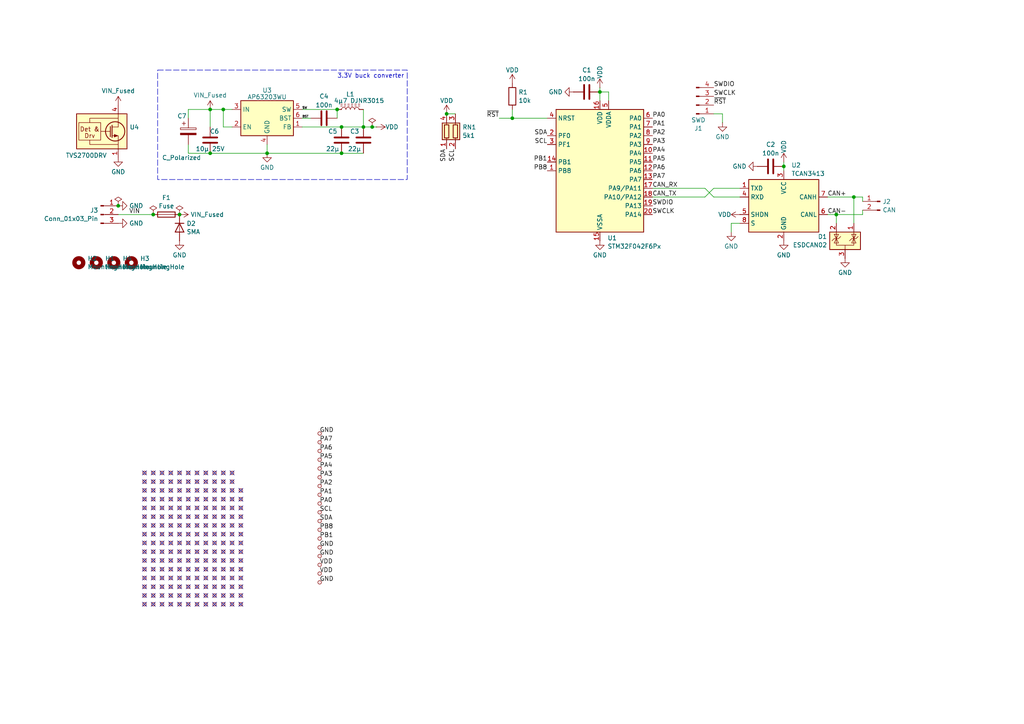
<source format=kicad_sch>
(kicad_sch (version 20250114) (generator "eeschema") (generator_version "9.0")
  (paper "A4")
  (rectangle (start 45.72 20.32) (end 118.11 52.07) (stroke (width 0) (type dash)))
  (text "3.3V buck converter" (at 97.79 22.86 0) (effects (font (size 1.27 1.27)) (justify left bottom)))
  (junction (at 129.54 33.02))
  (junction (at 60.96 44.45))
  (junction (at 97.79 31.75))
  (junction (at 99.06 36.83))
  (junction (at 44.45 62.23))
  (junction (at 77.47 44.45))
  (junction (at 148.59 34.29))
  (junction (at 227.33 48.26))
  (junction (at 60.96 31.75))
  (junction (at 99.06 44.45))
  (junction (at 107.95 36.83))
  (junction (at 52.07 62.23))
  (junction (at 247.65 57.15))
  (junction (at 242.57 62.23))
  (junction (at 34.29 59.69))
  (junction (at 64.77 31.75))
  (junction (at 173.99 26.67))
  (junction (at 105.41 36.83))
  (no_connect (at 46.99 152.4))
  (no_connect (at 41.91 157.48))
  (no_connect (at 67.31 149.86))
  (no_connect (at 54.61 172.72))
  (no_connect (at 44.45 139.7))
  (no_connect (at 67.31 170.18))
  (no_connect (at 44.45 144.78))
  (no_connect (at 67.31 137.16))
  (no_connect (at 69.85 175.26))
  (no_connect (at 69.85 157.48))
  (no_connect (at 52.07 149.86))
  (no_connect (at 64.77 142.24))
  (no_connect (at 52.07 154.94))
  (no_connect (at 62.23 157.48))
  (no_connect (at 67.31 157.48))
  (no_connect (at 59.69 154.94))
  (no_connect (at 69.85 170.18))
  (no_connect (at 59.69 139.7))
  (no_connect (at 46.99 172.72))
  (no_connect (at 44.45 154.94))
  (no_connect (at 64.77 154.94))
  (no_connect (at 49.53 142.24))
  (no_connect (at 62.23 175.26))
  (no_connect (at 49.53 154.94))
  (no_connect (at 49.53 149.86))
  (no_connect (at 46.99 149.86))
  (no_connect (at 41.91 160.02))
  (no_connect (at 62.23 165.1))
  (no_connect (at 64.77 157.48))
  (no_connect (at 52.07 172.72))
  (no_connect (at 49.53 144.78))
  (no_connect (at 59.69 142.24))
  (no_connect (at 54.61 144.78))
  (no_connect (at 54.61 165.1))
  (no_connect (at 62.23 170.18))
  (no_connect (at 52.07 160.02))
  (no_connect (at 46.99 167.64))
  (no_connect (at 49.53 157.48))
  (no_connect (at 49.53 160.02))
  (no_connect (at 57.15 142.24))
  (no_connect (at 41.91 142.24))
  (no_connect (at 54.61 157.48))
  (no_connect (at 69.85 154.94))
  (no_connect (at 52.07 142.24))
  (no_connect (at 41.91 139.7))
  (no_connect (at 64.77 160.02))
  (no_connect (at 69.85 149.86))
  (no_connect (at 67.31 160.02))
  (no_connect (at 59.69 162.56))
  (no_connect (at 64.77 149.86))
  (no_connect (at 44.45 172.72))
  (no_connect (at 64.77 139.7))
  (no_connect (at 62.23 137.16))
  (no_connect (at 49.53 147.32))
  (no_connect (at 67.31 139.7))
  (no_connect (at 41.91 147.32))
  (no_connect (at 54.61 167.64))
  (no_connect (at 41.91 175.26))
  (no_connect (at 57.15 139.7))
  (no_connect (at 44.45 165.1))
  (no_connect (at 41.91 167.64))
  (no_connect (at 59.69 149.86))
  (no_connect (at 46.99 160.02))
  (no_connect (at 46.99 139.7))
  (no_connect (at 67.31 147.32))
  (no_connect (at 57.15 162.56))
  (no_connect (at 67.31 162.56))
  (no_connect (at 41.91 144.78))
  (no_connect (at 59.69 152.4))
  (no_connect (at 44.45 149.86))
  (no_connect (at 57.15 154.94))
  (no_connect (at 64.77 170.18))
  (no_connect (at 46.99 170.18))
  (no_connect (at 69.85 160.02))
  (no_connect (at 52.07 167.64))
  (no_connect (at 44.45 170.18))
  (no_connect (at 41.91 149.86))
  (no_connect (at 44.45 160.02))
  (no_connect (at 57.15 152.4))
  (no_connect (at 64.77 144.78))
  (no_connect (at 69.85 167.64))
  (no_connect (at 57.15 149.86))
  (no_connect (at 59.69 144.78))
  (no_connect (at 41.91 154.94))
  (no_connect (at 52.07 157.48))
  (no_connect (at 59.69 175.26))
  (no_connect (at 52.07 139.7))
  (no_connect (at 59.69 157.48))
  (no_connect (at 64.77 147.32))
  (no_connect (at 62.23 149.86))
  (no_connect (at 52.07 147.32))
  (no_connect (at 41.91 170.18))
  (no_connect (at 46.99 147.32))
  (no_connect (at 62.23 144.78))
  (no_connect (at 64.77 152.4))
  (no_connect (at 62.23 167.64))
  (no_connect (at 69.85 144.78))
  (no_connect (at 64.77 175.26))
  (no_connect (at 46.99 137.16))
  (no_connect (at 49.53 165.1))
  (no_connect (at 69.85 165.1))
  (no_connect (at 62.23 154.94))
  (no_connect (at 62.23 162.56))
  (no_connect (at 59.69 137.16))
  (no_connect (at 64.77 137.16))
  (no_connect (at 46.99 144.78))
  (no_connect (at 46.99 162.56))
  (no_connect (at 57.15 157.48))
  (no_connect (at 46.99 175.26))
  (no_connect (at 69.85 162.56))
  (no_connect (at 57.15 160.02))
  (no_connect (at 59.69 147.32))
  (no_connect (at 62.23 172.72))
  (no_connect (at 57.15 170.18))
  (no_connect (at 41.91 152.4))
  (no_connect (at 41.91 165.1))
  (no_connect (at 54.61 152.4))
  (no_connect (at 46.99 154.94))
  (no_connect (at 49.53 139.7))
  (no_connect (at 49.53 152.4))
  (no_connect (at 49.53 170.18))
  (no_connect (at 64.77 162.56))
  (no_connect (at 49.53 137.16))
  (no_connect (at 44.45 175.26))
  (no_connect (at 64.77 167.64))
  (no_connect (at 69.85 142.24))
  (no_connect (at 69.85 152.4))
  (no_connect (at 52.07 170.18))
  (no_connect (at 67.31 172.72))
  (no_connect (at 54.61 137.16))
  (no_connect (at 44.45 162.56))
  (no_connect (at 54.61 160.02))
  (no_connect (at 54.61 162.56))
  (no_connect (at 52.07 144.78))
  (no_connect (at 67.31 154.94))
  (no_connect (at 44.45 137.16))
  (no_connect (at 62.23 147.32))
  (no_connect (at 44.45 142.24))
  (no_connect (at 57.15 137.16))
  (no_connect (at 46.99 157.48))
  (no_connect (at 62.23 142.24))
  (no_connect (at 49.53 172.72))
  (no_connect (at 67.31 142.24))
  (no_connect (at 46.99 142.24))
  (no_connect (at 54.61 154.94))
  (no_connect (at 54.61 142.24))
  (no_connect (at 57.15 172.72))
  (no_connect (at 59.69 170.18))
  (no_connect (at 46.99 165.1))
  (no_connect (at 54.61 149.86))
  (no_connect (at 52.07 175.26))
  (no_connect (at 62.23 139.7))
  (no_connect (at 59.69 160.02))
  (no_connect (at 69.85 172.72))
  (no_connect (at 59.69 165.1))
  (no_connect (at 44.45 152.4))
  (no_connect (at 44.45 167.64))
  (no_connect (at 57.15 175.26))
  (no_connect (at 67.31 175.26))
  (no_connect (at 64.77 165.1))
  (no_connect (at 54.61 175.26))
  (no_connect (at 41.91 172.72))
  (no_connect (at 49.53 167.64))
  (no_connect (at 41.91 162.56))
  (no_connect (at 52.07 162.56))
  (no_connect (at 69.85 147.32))
  (no_connect (at 52.07 137.16))
  (no_connect (at 52.07 165.1))
  (no_connect (at 64.77 172.72))
  (no_connect (at 52.07 152.4))
  (no_connect (at 57.15 144.78))
  (no_connect (at 57.15 147.32))
  (no_connect (at 67.31 165.1))
  (no_connect (at 44.45 157.48))
  (no_connect (at 59.69 172.72))
  (no_connect (at 67.31 152.4))
  (no_connect (at 57.15 167.64))
  (no_connect (at 41.91 137.16))
  (no_connect (at 54.61 139.7))
  (no_connect (at 54.61 147.32))
  (no_connect (at 62.23 152.4))
  (no_connect (at 67.31 144.78))
  (no_connect (at 49.53 175.26))
  (no_connect (at 54.61 170.18))
  (no_connect (at 62.23 160.02))
  (no_connect (at 57.15 165.1))
  (no_connect (at 44.45 147.32))
  (no_connect (at 67.31 167.64))
  (no_connect (at 59.69 167.64))
  (no_connect (at 49.53 162.56))
  (wire (pts (xy 250.19 57.15) (xy 250.19 58.42)))
  (wire (pts (xy 214.63 54.61) (xy 207.01 54.61)))
  (wire (pts (xy 60.96 36.83) (xy 60.96 31.75)))
  (wire (pts (xy 54.61 44.45) (xy 60.96 44.45)))
  (wire (pts (xy 176.53 26.67) (xy 176.53 29.21)))
  (wire (pts (xy 67.31 36.83) (xy 64.77 36.83)))
  (wire (pts (xy 87.63 34.29) (xy 90.17 34.29)))
  (wire (pts (xy 212.09 64.77) (xy 214.63 64.77)))
  (wire (pts (xy 87.63 31.75) (xy 97.79 31.75)))
  (wire (pts (xy 105.41 36.83) (xy 107.95 36.83)))
  (wire (pts (xy 212.09 64.77) (xy 212.09 67.31)))
  (wire (pts (xy 64.77 31.75) (xy 67.31 31.75)))
  (wire (pts (xy 173.99 26.67) (xy 173.99 29.21)))
  (wire (pts (xy 105.41 36.83) (xy 105.41 31.75)))
  (wire (pts (xy 209.55 33.02) (xy 209.55 35.56)))
  (wire (pts (xy 207.01 57.15) (xy 204.47 54.61)))
  (wire (pts (xy 189.23 57.15) (xy 204.47 57.15)))
  (wire (pts (xy 54.61 31.75) (xy 54.61 34.29)))
  (wire (pts (xy 247.65 57.15) (xy 247.65 64.77)))
  (wire (pts (xy 240.03 57.15) (xy 247.65 57.15)))
  (wire (pts (xy 247.65 57.15) (xy 250.19 57.15)))
  (wire (pts (xy 227.33 46.99) (xy 227.33 48.26)))
  (wire (pts (xy 207.01 33.02) (xy 209.55 33.02)))
  (wire (pts (xy 87.63 36.83) (xy 99.06 36.83)))
  (wire (pts (xy 240.03 62.23) (xy 242.57 62.23)))
  (wire (pts (xy 148.59 31.75) (xy 148.59 34.29)))
  (wire (pts (xy 60.96 31.75) (xy 64.77 31.75)))
  (wire (pts (xy 242.57 62.23) (xy 250.19 62.23)))
  (wire (pts (xy 207.01 54.61) (xy 204.47 57.15)))
  (wire (pts (xy 77.47 44.45) (xy 99.06 44.45)))
  (wire (pts (xy 34.29 62.23) (xy 44.45 62.23)))
  (wire (pts (xy 173.99 26.67) (xy 176.53 26.67)))
  (wire (pts (xy 54.61 31.75) (xy 60.96 31.75)))
  (wire (pts (xy 242.57 64.77) (xy 242.57 62.23)))
  (wire (pts (xy 107.95 36.83) (xy 109.22 36.83)))
  (wire (pts (xy 99.06 36.83) (xy 105.41 36.83)))
  (wire (pts (xy 189.23 54.61) (xy 204.47 54.61)))
  (wire (pts (xy 250.19 60.96) (xy 250.19 62.23)))
  (wire (pts (xy 97.79 31.75) (xy 97.79 34.29)))
  (wire (pts (xy 60.96 44.45) (xy 77.47 44.45)))
  (wire (pts (xy 227.33 48.26) (xy 227.33 49.53)))
  (wire (pts (xy 173.99 25.4) (xy 173.99 26.67)))
  (wire (pts (xy 99.06 44.45) (xy 105.41 44.45)))
  (wire (pts (xy 129.54 33.02) (xy 132.08 33.02)))
  (wire (pts (xy 54.61 41.91) (xy 54.61 44.45)))
  (wire (pts (xy 148.59 34.29) (xy 158.75 34.29)))
  (wire (pts (xy 77.47 41.91) (xy 77.47 44.45)))
  (wire (pts (xy 148.59 34.29) (xy 144.78 34.29)))
  (wire (pts (xy 214.63 57.15) (xy 207.01 57.15)))
  (wire (pts (xy 64.77 31.75) (xy 64.77 36.83)))
  (label "PA1" (at 189.23 36.83 0))
  (label "PA1" (at 92.71 143.51 0))
  (label "SWCLK" (at 189.23 62.23 0))
  (label "GND" (at 92.71 125.73 0))
  (label "PA7" (at 189.23 52.07 0))
  (label "VDD" (at 92.71 163.83 0))
  (label "PA4" (at 92.71 135.89 0))
  (label "SW" (at 87.63 31.75 0) (effects (font (size 0.635 0.635))))
  (label "CAN_TX" (at 189.23 57.15 0))
  (label "SCL" (at 132.08 43.18 270))
  (label "GND" (at 92.71 168.91 0))
  (label "VDD" (at 92.71 166.37 0))
  (label "PA4" (at 189.23 44.45 0))
  (label "GND" (at 92.71 161.29 0))
  (label "PB8" (at 92.71 153.67 0))
  (label "SDA" (at 92.71 151.13 0))
  (label "SWDIO" (at 189.23 59.69 0))
  (label "PB1" (at 92.71 156.21 0))
  (label "PA0" (at 92.71 146.05 0))
  (label "PA6" (at 92.71 130.81 0))
  (label "CAN_RX" (at 189.23 54.61 0))
  (label "PA0" (at 189.23 34.29 0))
  (label "SCL" (at 92.71 148.59 0))
  (label "SCL" (at 158.75 41.91 180))
  (label "SDA" (at 158.75 39.37 180))
  (label "PA3" (at 189.23 41.91 0))
  (label "VIN" (at 40.64 62.23 180))
  (label "PA3" (at 92.71 138.43 0))
  (label "~{RST}" (at 144.78 34.29 180))
  (label "CAN+" (at 240.03 57.15 0))
  (label "GND" (at 92.71 158.75 0))
  (label "PA2" (at 189.23 39.37 0))
  (label "PB1" (at 158.75 46.99 180))
  (label "SWDIO" (at 207.01 25.4 0))
  (label "PA7" (at 92.71 128.27 0))
  (label "PB8" (at 158.75 49.53 180))
  (label "CAN-" (at 240.03 62.23 0))
  (label "PA5" (at 189.23 46.99 0))
  (label "PA6" (at 189.23 49.53 0))
  (label "SWCLK" (at 207.01 27.94 0))
  (label "BST" (at 87.63 34.29 0) (effects (font (size 0.635 0.635))))
  (label "~{RST}" (at 207.01 30.48 0))
  (label "PA2" (at 92.71 140.97 0))
  (label "PA5" (at 92.71 133.35 0))
  (label "SDA" (at 129.54 43.18 270))
  (symbol (lib_id "Connector:TestPoint_Small") (at 92.71 140.97 0) (unit 1)
    (property "Reference" "TP69" (effects (hide yes)))
    (property "Value" "TestPoint_Small" (effects (hide yes)))
    (property "Footprint" "PTH_Hole:PTH_Hole_0.8mm" (effects (hide yes)))
    (property "Description" "test point" (effects (hide yes)))
  )
  (symbol (lib_id "Connector:TestPoint_Small") (at 46.99 144.78 0) (unit 1)
    (property "Reference" "TP89" (effects (hide yes)))
    (property "Value" "TestPoint_Small" (effects (hide yes)))
    (property "Footprint" "PTH_Hole:PTH_Hole_0.8mm" (effects (hide yes)))
    (property "Description" "test point" (effects (hide yes)))
  )
  (symbol (lib_id "Connector:TestPoint_Small") (at 64.77 152.4 0) (unit 1)
    (property "Reference" "TP23" (effects (hide yes)))
    (property "Value" "TestPoint_Small" (effects (hide yes)))
    (property "Footprint" "PTH_Hole:PTH_Hole_0.8mm" (effects (hide yes)))
    (property "Description" "test point" (effects (hide yes)))
  )
  (symbol (lib_id "Connector:TestPoint_Small") (at 46.99 139.7 0) (unit 1)
    (property "Reference" "TP41" (effects (hide yes)))
    (property "Value" "TestPoint_Small" (effects (hide yes)))
    (property "Footprint" "PTH_Hole:PTH_Hole_0.8mm" (effects (hide yes)))
    (property "Description" "test point" (effects (hide yes)))
  )
  (symbol (lib_id "Connector:TestPoint_Small") (at 52.07 147.32 0) (unit 1)
    (property "Reference" "TP119" (effects (hide yes)))
    (property "Value" "TestPoint_Small" (effects (hide yes)))
    (property "Footprint" "PTH_Hole:PTH_Hole_0.8mm" (effects (hide yes)))
    (property "Description" "test point" (effects (hide yes)))
  )
  (symbol (lib_id "Connector:TestPoint_Small") (at 67.31 172.72 0) (unit 1)
    (property "Reference" "TP40" (effects (hide yes)))
    (property "Value" "TestPoint_Small" (effects (hide yes)))
    (property "Footprint" "PTH_Hole:PTH_Hole_0.8mm" (effects (hide yes)))
    (property "Description" "test point" (effects (hide yes)))
  )
  (symbol (lib_id "Connector:TestPoint_Small") (at 64.77 142.24 0) (unit 1)
    (property "Reference" "TP18" (effects (hide yes)))
    (property "Value" "TestPoint_Small" (effects (hide yes)))
    (property "Footprint" "PTH_Hole:PTH_Hole_0.8mm" (effects (hide yes)))
    (property "Description" "test point" (effects (hide yes)))
  )
  (symbol (lib_id "Connector:TestPoint_Small") (at 59.69 160.02 0) (unit 1)
    (property "Reference" "TP203" (effects (hide yes)))
    (property "Value" "TestPoint_Small" (effects (hide yes)))
    (property "Footprint" "PTH_Hole:PTH_Hole_0.8mm" (effects (hide yes)))
    (property "Description" "test point" (effects (hide yes)))
  )
  (symbol (lib_id "Connector:TestPoint_Small") (at 57.15 160.02 0) (unit 1)
    (property "Reference" "TP193" (effects (hide yes)))
    (property "Value" "TestPoint_Small" (effects (hide yes)))
    (property "Footprint" "PTH_Hole:PTH_Hole_0.8mm" (effects (hide yes)))
    (property "Description" "test point" (effects (hide yes)))
  )
  (symbol (lib_id "Connector:TestPoint_Small") (at 41.91 165.1 0) (unit 1)
    (property "Reference" "TP161" (effects (hide yes)))
    (property "Value" "TestPoint_Small" (effects (hide yes)))
    (property "Footprint" "PTH_Hole:PTH_Hole_0.8mm" (effects (hide yes)))
    (property "Description" "test point" (effects (hide yes)))
  )
  (symbol (lib_id "Connector:Conn_01x02_Pin") (at 255.27 58.42 0) (mirror y) (unit 1)
    (property "Reference" "J2" (at 255.9812 58.4778 0) (effects (justify right)))
    (property "Value" "CAN" (at 255.9812 60.9021 0) (effects (justify right)))
    (property "Footprint" "Connector_Wago:Wago_734-132_1x02_P3.50mm_Vertical" (effects (hide yes)))
    (property "Description" "Generic connector, single row, 01x02, script generated" (effects (hide yes)))
  )
  (symbol (lib_id "Connector:TestPoint_Small") (at 52.07 165.1 0) (unit 1)
    (property "Reference" "TP170" (effects (hide yes)))
    (property "Value" "TestPoint_Small" (effects (hide yes)))
    (property "Footprint" "PTH_Hole:PTH_Hole_0.8mm" (effects (hide yes)))
    (property "Description" "test point" (effects (hide yes)))
  )
  (symbol (lib_id "Connector:TestPoint_Small") (at 92.71 166.37 0) (unit 1)
    (property "Reference" "TP189" (effects (hide yes)))
    (property "Value" "TestPoint_Small" (effects (hide yes)))
    (property "Footprint" "PTH_Hole:PTH_Hole_0.8mm" (effects (hide yes)))
    (property "Description" "test point" (effects (hide yes)))
  )
  (symbol (lib_id "Connector:TestPoint_Small") (at 59.69 137.16 0) (unit 1)
    (property "Reference" "TP95" (effects (hide yes)))
    (property "Value" "TestPoint_Small" (effects (hide yes)))
    (property "Footprint" "PTH_Hole:PTH_Hole_0.8mm" (effects (hide yes)))
    (property "Description" "test point" (effects (hide yes)))
  )
  (symbol (lib_id "Connector:TestPoint_Small") (at 54.61 142.24 0) (unit 1)
    (property "Reference" "TP130" (effects (hide yes)))
    (property "Value" "TestPoint_Small" (effects (hide yes)))
    (property "Footprint" "PTH_Hole:PTH_Hole_0.8mm" (effects (hide yes)))
    (property "Description" "test point" (effects (hide yes)))
  )
  (symbol (lib_id "Connector:TestPoint_Small") (at 49.53 170.18 0) (unit 1)
    (property "Reference" "TP92" (effects (hide yes)))
    (property "Value" "TestPoint_Small" (effects (hide yes)))
    (property "Footprint" "PTH_Hole:PTH_Hole_0.8mm" (effects (hide yes)))
    (property "Description" "test point" (effects (hide yes)))
  )
  (symbol (lib_id "Connector:TestPoint_Small") (at 54.61 157.48 0) (unit 1)
    (property "Reference" "TP133" (effects (hide yes)))
    (property "Value" "TestPoint_Small" (effects (hide yes)))
    (property "Footprint" "PTH_Hole:PTH_Hole_0.8mm" (effects (hide yes)))
    (property "Description" "test point" (effects (hide yes)))
  )
  (symbol (lib_id "Connector:TestPoint_Small") (at 62.23 160.02 0) (unit 1)
    (property "Reference" "TP96" (effects (hide yes)))
    (property "Value" "TestPoint_Small" (effects (hide yes)))
    (property "Footprint" "PTH_Hole:PTH_Hole_0.8mm" (effects (hide yes)))
    (property "Description" "test point" (effects (hide yes)))
  )
  (symbol (lib_id "Connector:TestPoint_Small") (at 57.15 139.7 0) (unit 1)
    (property "Reference" "TP46" (effects (hide yes)))
    (property "Value" "TestPoint_Small" (effects (hide yes)))
    (property "Footprint" "PTH_Hole:PTH_Hole_0.8mm" (effects (hide yes)))
    (property "Description" "test point" (effects (hide yes)))
  )
  (symbol (lib_id "Connector:TestPoint_Small") (at 44.45 144.78 0) (unit 1)
    (property "Reference" "TP137" (effects (hide yes)))
    (property "Value" "TestPoint_Small" (effects (hide yes)))
    (property "Footprint" "PTH_Hole:PTH_Hole_0.8mm" (effects (hide yes)))
    (property "Description" "test point" (effects (hide yes)))
  )
  (symbol (lib_id "Connector:TestPoint_Small") (at 62.23 154.94 0) (unit 1)
    (property "Reference" "TP107" (effects (hide yes)))
    (property "Value" "TestPoint_Small" (effects (hide yes)))
    (property "Footprint" "PTH_Hole:PTH_Hole_0.8mm" (effects (hide yes)))
    (property "Description" "test point" (effects (hide yes)))
  )
  (symbol (lib_id "Interface_CAN_LIN:TCAN330") (at 227.33 59.69 0) (unit 1)
    (property "Reference" "U2" (at 229.5241 47.9255 0) (effects (justify left)))
    (property "Value" "TCAN3413" (at 229.5241 50.3498 0) (effects (justify left)))
    (property "Footprint" "Package_TO_SOT_SMD:TSOT-23-8" (effects (hide yes)))
    (property "Datasheet" "http://www.ti.com/lit/ds/symlink/tcan337.pdf" (effects (hide yes)))
    (property "Description" "High-Speed CAN Transceiver, 1Mbps, 3.3V supply, silent mode, shutdown mode, SOT-23-8/SOIC-8" (effects (hide yes)))
  )
  (symbol (lib_id "Connector:TestPoint_Small") (at 52.07 167.64 0) (unit 1)
    (property "Reference" "TP123" (effects (hide yes)))
    (property "Value" "TestPoint_Small" (effects (hide yes)))
    (property "Footprint" "PTH_Hole:PTH_Hole_0.8mm" (effects (hide yes)))
    (property "Description" "test point" (effects (hide yes)))
  )
  (symbol (lib_id "Connector:TestPoint_Small") (at 69.85 144.78 0) (unit 1)
    (property "Reference" "TP72" (effects (hide yes)))
    (property "Value" "TestPoint_Small" (effects (hide yes)))
    (property "Footprint" "PTH_Hole:PTH_Hole_0.8mm" (effects (hide yes)))
    (property "Description" "test point" (effects (hide yes)))
  )
  (symbol (lib_id "Connector:TestPoint_Small") (at 52.07 137.16 0) (unit 1)
    (property "Reference" "TP59" (effects (hide yes)))
    (property "Value" "TestPoint_Small" (effects (hide yes)))
    (property "Footprint" "PTH_Hole:PTH_Hole_0.8mm" (effects (hide yes)))
    (property "Description" "test point" (effects (hide yes)))
  )
  (symbol (lib_id "Connector:TestPoint_Small") (at 49.53 139.7 0) (unit 1)
    (property "Reference" "TP53" (effects (hide yes)))
    (property "Value" "TestPoint_Small" (effects (hide yes)))
    (property "Footprint" "PTH_Hole:PTH_Hole_0.8mm" (effects (hide yes)))
    (property "Description" "test point" (effects (hide yes)))
  )
  (symbol (lib_id "power:VPP") (at 214.63 62.23 90) (unit 1)
    (property "Reference" "#PWR019" (effects (hide yes)))
    (property "Value" "VDD" (at 210.185 62.23 90))
    (property "Description" "Power symbol creates a global label with name \"VPP\"" (effects (hide yes)))
  )
  (symbol (lib_id "Connector:TestPoint_Small") (at 49.53 152.4 0) (unit 1)
    (property "Reference" "TP90" (effects (hide yes)))
    (property "Value" "TestPoint_Small" (effects (hide yes)))
    (property "Footprint" "PTH_Hole:PTH_Hole_0.8mm" (effects (hide yes)))
    (property "Description" "test point" (effects (hide yes)))
  )
  (symbol (lib_id "power:PWR_FLAG") (at 34.29 59.69 0) (unit 1)
    (property "Reference" "#FLG04" (effects (hide yes)))
    (property "Value" "PWR_FLAG" (effects (hide yes)))
  )
  (symbol (lib_id "Connector:TestPoint_Small") (at 49.53 137.16 0) (unit 1)
    (property "Reference" "TP29" (effects (hide yes)))
    (property "Value" "TestPoint_Small" (effects (hide yes)))
    (property "Footprint" "PTH_Hole:PTH_Hole_0.8mm" (effects (hide yes)))
    (property "Description" "test point" (effects (hide yes)))
  )
  (symbol (lib_id "Connector:TestPoint_Small") (at 54.61 162.56 0) (unit 1)
    (property "Reference" "TP134" (effects (hide yes)))
    (property "Value" "TestPoint_Small" (effects (hide yes)))
    (property "Footprint" "PTH_Hole:PTH_Hole_0.8mm" (effects (hide yes)))
    (property "Description" "test point" (effects (hide yes)))
  )
  (symbol (lib_id "Connector:TestPoint_Small") (at 41.91 144.78 0) (unit 1)
    (property "Reference" "TP174" (effects (hide yes)))
    (property "Value" "TestPoint_Small" (effects (hide yes)))
    (property "Footprint" "PTH_Hole:PTH_Hole_0.8mm" (effects (hide yes)))
    (property "Description" "test point" (effects (hide yes)))
  )
  (symbol (lib_id "Connector:TestPoint_Small") (at 92.71 135.89 0) (unit 1)
    (property "Reference" "TP45" (effects (hide yes)))
    (property "Value" "TestPoint_Small" (effects (hide yes)))
    (property "Footprint" "PTH_Hole:PTH_Hole_0.8mm" (effects (hide yes)))
    (property "Description" "test point" (effects (hide yes)))
  )
  (symbol (lib_id "Connector:TestPoint_Small") (at 52.07 144.78 0) (unit 1)
    (property "Reference" "TP166" (effects (hide yes)))
    (property "Value" "TestPoint_Small" (effects (hide yes)))
    (property "Footprint" "PTH_Hole:PTH_Hole_0.8mm" (effects (hide yes)))
    (property "Description" "test point" (effects (hide yes)))
  )
  (symbol (lib_id "Connector:TestPoint_Small") (at 69.85 167.64 0) (unit 1)
    (property "Reference" "TP110" (effects (hide yes)))
    (property "Value" "TestPoint_Small" (effects (hide yes)))
    (property "Footprint" "PTH_Hole:PTH_Hole_0.8mm" (effects (hide yes)))
    (property "Description" "test point" (effects (hide yes)))
  )
  (symbol (lib_id "Connector:TestPoint_Small") (at 44.45 139.7 0) (unit 1)
    (property "Reference" "TP113" (effects (hide yes)))
    (property "Value" "TestPoint_Small" (effects (hide yes)))
    (property "Footprint" "PTH_Hole:PTH_Hole_0.8mm" (effects (hide yes)))
    (property "Description" "test point" (effects (hide yes)))
  )
  (symbol (lib_id "Connector:TestPoint_Small") (at 64.77 137.16 0) (unit 1)
    (property "Reference" "TP15" (effects (hide yes)))
    (property "Value" "TestPoint_Small" (effects (hide yes)))
    (property "Footprint" "PTH_Hole:PTH_Hole_0.8mm" (effects (hide yes)))
    (property "Description" "test point" (effects (hide yes)))
  )
  (symbol (lib_id "power:VPP") (at 60.96 31.75 0) (unit 1)
    (property "Reference" "#PWR09" (effects (hide yes)))
    (property "Value" "VIN_Fused" (at 60.96 27.6169 0))
    (property "Description" "Power symbol creates a global label with name \"VPP\"" (effects (hide yes)))
  )
  (symbol (lib_id "Connector:TestPoint_Small") (at 69.85 152.4 0) (unit 1)
    (property "Reference" "TP47" (effects (hide yes)))
    (property "Value" "TestPoint_Small" (effects (hide yes)))
    (property "Footprint" "PTH_Hole:PTH_Hole_0.8mm" (effects (hide yes)))
    (property "Description" "test point" (effects (hide yes)))
  )
  (symbol (lib_id "Connector:TestPoint_Small") (at 49.53 160.02 0) (unit 1)
    (property "Reference" "TP79" (effects (hide yes)))
    (property "Value" "TestPoint_Small" (effects (hide yes)))
    (property "Footprint" "PTH_Hole:PTH_Hole_0.8mm" (effects (hide yes)))
    (property "Description" "test point" (effects (hide yes)))
  )
  (symbol (lib_id "Connector:TestPoint_Small") (at 69.85 157.48 0) (unit 1)
    (property "Reference" "TP36" (effects (hide yes)))
    (property "Value" "TestPoint_Small" (effects (hide yes)))
    (property "Footprint" "PTH_Hole:PTH_Hole_0.8mm" (effects (hide yes)))
    (property "Description" "test point" (effects (hide yes)))
  )
  (symbol (lib_id "MCU_ST_STM32F0:STM32F042F6Px") (at 173.99 49.53 0) (unit 1)
    (property "Reference" "U1" (at 176.1841 69.0301 0) (effects (justify left)))
    (property "Value" "STM32F042F6Px" (at 176.1841 71.4544 0) (effects (justify left)))
    (property "Footprint" "Package_SO:TSSOP-20_4.4x6.5mm_P0.65mm" (effects (hide yes)))
    (property "Datasheet" "https://www.st.com/resource/en/datasheet/stm32f042f6.pdf" (effects (hide yes)))
    (property "Description" "STMicroelectronics Arm Cortex-M0 MCU, 32KB flash, 6KB RAM, 48 MHz, 2.0-3.6V, 16 GPIO, TSSOP20" (effects (hide yes)))
  )
  (symbol (lib_id "Connector:TestPoint_Small") (at 44.45 167.64 0) (unit 1)
    (property "Reference" "TP104" (effects (hide yes)))
    (property "Value" "TestPoint_Small" (effects (hide yes)))
    (property "Footprint" "PTH_Hole:PTH_Hole_0.8mm" (effects (hide yes)))
    (property "Description" "test point" (effects (hide yes)))
  )
  (symbol (lib_id "Connector:TestPoint_Small") (at 49.53 165.1 0) (unit 1)
    (property "Reference" "TP44" (effects (hide yes)))
    (property "Value" "TestPoint_Small" (effects (hide yes)))
    (property "Footprint" "PTH_Hole:PTH_Hole_0.8mm" (effects (hide yes)))
    (property "Description" "test point" (effects (hide yes)))
  )
  (symbol (lib_id "Connector:TestPoint_Small") (at 59.69 162.56 0) (unit 1)
    (property "Reference" "TP158" (effects (hide yes)))
    (property "Value" "TestPoint_Small" (effects (hide yes)))
    (property "Footprint" "PTH_Hole:PTH_Hole_0.8mm" (effects (hide yes)))
    (property "Description" "test point" (effects (hide yes)))
  )
  (symbol (lib_id "power:VPP") (at 34.29 30.48 0) (unit 1)
    (property "Reference" "#PWR015" (effects (hide yes)))
    (property "Value" "VIN_Fused" (at 34.29 26.3469 0))
    (property "Description" "Power symbol creates a global label with name \"VPP\"" (effects (hide yes)))
  )
  (symbol (lib_id "power:VPP") (at 148.59 24.13 0) (unit 1)
    (property "Reference" "#PWR017" (effects (hide yes)))
    (property "Value" "VDD" (at 148.59 20.32 0))
    (property "Description" "Power symbol creates a global label with name \"VPP\"" (effects (hide yes)))
  )
  (symbol (lib_id "Connector:TestPoint_Small") (at 54.61 172.72 0) (unit 1)
    (property "Reference" "TP136" (effects (hide yes)))
    (property "Value" "TestPoint_Small" (effects (hide yes)))
    (property "Footprint" "PTH_Hole:PTH_Hole_0.8mm" (effects (hide yes)))
    (property "Description" "test point" (effects (hide yes)))
  )
  (symbol (lib_id "Connector:TestPoint_Small") (at 52.07 142.24 0) (unit 1)
    (property "Reference" "TP118" (effects (hide yes)))
    (property "Value" "TestPoint_Small" (effects (hide yes)))
    (property "Footprint" "PTH_Hole:PTH_Hole_0.8mm" (effects (hide yes)))
    (property "Description" "test point" (effects (hide yes)))
  )
  (symbol (lib_id "Connector:TestPoint_Small") (at 67.31 157.48 0) (unit 1)
    (property "Reference" "TP24" (effects (hide yes)))
    (property "Value" "TestPoint_Small" (effects (hide yes)))
    (property "Footprint" "PTH_Hole:PTH_Hole_0.8mm" (effects (hide yes)))
    (property "Description" "test point" (effects (hide yes)))
  )
  (symbol (lib_id "Connector:TestPoint_Small") (at 92.71 146.05 0) (unit 1)
    (property "Reference" "TP93" (effects (hide yes)))
    (property "Value" "TestPoint_Small" (effects (hide yes)))
    (property "Footprint" "PTH_Hole:PTH_Hole_0.8mm" (effects (hide yes)))
    (property "Description" "test point" (effects (hide yes)))
  )
  (symbol (lib_id "Connector:TestPoint_Small") (at 57.15 162.56 0) (unit 1)
    (property "Reference" "TP146" (effects (hide yes)))
    (property "Value" "TestPoint_Small" (effects (hide yes)))
    (property "Footprint" "PTH_Hole:PTH_Hole_0.8mm" (effects (hide yes)))
    (property "Description" "test point" (effects (hide yes)))
  )
  (symbol (lib_id "Mechanical:MountingHole") (at 38.1 76.2 0) (unit 1) (exclude_from_sim yes) (in_bom no)
    (property "Reference" "H3" (at 40.64 74.9878 0) (effects (justify left)))
    (property "Value" "MountingHole" (at 40.64 77.4121 0) (effects (justify left)))
    (property "Footprint" "MountingHole:MountingHole_3.2mm_M3_ISO14580" (effects (hide yes)))
    (property "Description" "Mounting Hole without connection" (effects (hide yes)))
  )
  (symbol (lib_id "Connector:TestPoint_Small") (at 44.45 175.26 0) (unit 1)
    (property "Reference" "TP140" (effects (hide yes)))
    (property "Value" "TestPoint_Small" (effects (hide yes)))
    (property "Footprint" "PTH_Hole:PTH_Hole_0.8mm" (effects (hide yes)))
    (property "Description" "test point" (effects (hide yes)))
  )
  (symbol (lib_id "Connector:TestPoint_Small") (at 46.99 137.16 0) (unit 1)
    (property "Reference" "TP19" (effects (hide yes)))
    (property "Value" "TestPoint_Small" (effects (hide yes)))
    (property "Footprint" "PTH_Hole:PTH_Hole_0.8mm" (effects (hide yes)))
    (property "Description" "test point" (effects (hide yes)))
  )
  (symbol (lib_id "power:GND") (at 77.47 44.45 0) (unit 1)
    (property "Reference" "#PWR014" (effects (hide yes)))
    (property "Value" "GND" (at 77.47 48.5831 0))
    (property "Description" "Power symbol creates a global label with name \"GND\" , ground" (effects (hide yes)))
  )
  (symbol (lib_id "Connector:TestPoint_Small") (at 62.23 152.4 0) (unit 1)
    (property "Reference" "TP84" (effects (hide yes)))
    (property "Value" "TestPoint_Small" (effects (hide yes)))
    (property "Footprint" "PTH_Hole:PTH_Hole_0.8mm" (effects (hide yes)))
    (property "Description" "test point" (effects (hide yes)))
  )
  (symbol (lib_id "Connector:TestPoint_Small") (at 67.31 149.86 0) (unit 1)
    (property "Reference" "TP94" (effects (hide yes)))
    (property "Value" "TestPoint_Small" (effects (hide yes)))
    (property "Footprint" "PTH_Hole:PTH_Hole_0.8mm" (effects (hide yes)))
    (property "Description" "test point" (effects (hide yes)))
  )
  (symbol (lib_id "Connector:TestPoint_Small") (at 41.91 152.4 0) (unit 1)
    (property "Reference" "TP162" (effects (hide yes)))
    (property "Value" "TestPoint_Small" (effects (hide yes)))
    (property "Footprint" "PTH_Hole:PTH_Hole_0.8mm" (effects (hide yes)))
    (property "Description" "test point" (effects (hide yes)))
  )
  (symbol (lib_id "Connector:TestPoint_Small") (at 54.61 170.18 0) (unit 1)
    (property "Reference" "TP183" (effects (hide yes)))
    (property "Value" "TestPoint_Small" (effects (hide yes)))
    (property "Footprint" "PTH_Hole:PTH_Hole_0.8mm" (effects (hide yes)))
    (property "Description" "test point" (effects (hide yes)))
  )
  (symbol (lib_id "power:GND") (at 166.37 26.67 270) (unit 1)
    (property "Reference" "#PWR02" (effects (hide yes)))
    (property "Value" "GND" (at 163.1951 26.67 90) (effects (justify right)))
    (property "Description" "Power symbol creates a global label with name \"GND\" , ground" (effects (hide yes)))
  )
  (symbol (lib_id "Connector:TestPoint_Small") (at 62.23 149.86 0) (unit 1)
    (property "Reference" "TP70" (effects (hide yes)))
    (property "Value" "TestPoint_Small" (effects (hide yes)))
    (property "Footprint" "PTH_Hole:PTH_Hole_0.8mm" (effects (hide yes)))
    (property "Description" "test point" (effects (hide yes)))
  )
  (symbol (lib_id "Connector:TestPoint_Small") (at 41.91 147.32 0) (unit 1)
    (property "Reference" "TP187" (effects (hide yes)))
    (property "Value" "TestPoint_Small" (effects (hide yes)))
    (property "Footprint" "PTH_Hole:PTH_Hole_0.8mm" (effects (hide yes)))
    (property "Description" "test point" (effects (hide yes)))
  )
  (symbol (lib_id "Connector:TestPoint_Small") (at 44.45 172.72 0) (unit 1)
    (property "Reference" "TP128" (effects (hide yes)))
    (property "Value" "TestPoint_Small" (effects (hide yes)))
    (property "Footprint" "PTH_Hole:PTH_Hole_0.8mm" (effects (hide yes)))
    (property "Description" "test point" (effects (hide yes)))
  )
  (symbol (lib_id "power:GND") (at 34.29 45.72 0) (unit 1)
    (property "Reference" "#PWR011" (effects (hide yes)))
    (property "Value" "GND" (at 34.29 49.8531 0))
    (property "Description" "Power symbol creates a global label with name \"GND\" , ground" (effects (hide yes)))
  )
  (symbol (lib_id "Connector:TestPoint_Small") (at 52.07 139.7 0) (unit 1)
    (property "Reference" "TP22" (effects (hide yes)))
    (property "Value" "TestPoint_Small" (effects (hide yes)))
    (property "Footprint" "PTH_Hole:PTH_Hole_0.8mm" (effects (hide yes)))
    (property "Description" "test point" (effects (hide yes)))
  )
  (symbol (lib_id "Connector:TestPoint_Small") (at 46.99 172.72 0) (unit 1)
    (property "Reference" "TP207" (effects (hide yes)))
    (property "Value" "TestPoint_Small" (effects (hide yes)))
    (property "Footprint" "PTH_Hole:PTH_Hole_0.8mm" (effects (hide yes)))
    (property "Description" "test point" (effects (hide yes)))
  )
  (symbol (lib_id "Power_Protection:NUP2105L") (at 245.11 69.85 0) (mirror y) (unit 1)
    (property "Reference" "D1" (at 239.903 68.6379 0) (effects (justify left)))
    (property "Value" "ESDCAN02" (at 239.903 71.0621 0) (effects (justify left)))
    (property "Footprint" "Package_TO_SOT_SMD:SOT-323_SC-70" (effects (hide yes)))
    (property "Datasheet" "https://www.onsemi.com/pub_link/Collateral/NUP2105L-D.PDF" (effects (hide yes)))
    (property "Description" "Dual Line CAN Bus Protector, 24Vrwm" (effects (hide yes)))
  )
  (symbol (lib_id "Connector:TestPoint_Small") (at 44.45 149.86 0) (unit 1)
    (property "Reference" "TP114" (effects (hide yes)))
    (property "Value" "TestPoint_Small" (effects (hide yes)))
    (property "Footprint" "PTH_Hole:PTH_Hole_0.8mm" (effects (hide yes)))
    (property "Description" "test point" (effects (hide yes)))
  )
  (symbol (lib_id "Connector:TestPoint_Small") (at 64.77 149.86 0) (unit 1)
    (property "Reference" "TP82" (effects (hide yes)))
    (property "Value" "TestPoint_Small" (effects (hide yes)))
    (property "Footprint" "PTH_Hole:PTH_Hole_0.8mm" (effects (hide yes)))
    (property "Description" "test point" (effects (hide yes)))
  )
  (symbol (lib_id "Connector:TestPoint_Small") (at 67.31 160.02 0) (unit 1)
    (property "Reference" "TP87" (effects (hide yes)))
    (property "Value" "TestPoint_Small" (effects (hide yes)))
    (property "Footprint" "PTH_Hole:PTH_Hole_0.8mm" (effects (hide yes)))
    (property "Description" "test point" (effects (hide yes)))
  )
  (symbol (lib_id "Connector:TestPoint_Small") (at 41.91 172.72 0) (unit 1)
    (property "Reference" "TP163" (effects (hide yes)))
    (property "Value" "TestPoint_Small" (effects (hide yes)))
    (property "Footprint" "PTH_Hole:PTH_Hole_0.8mm" (effects (hide yes)))
    (property "Description" "test point" (effects (hide yes)))
  )
  (symbol (lib_id "power:GND") (at 34.29 64.77 90) (unit 1)
    (property "Reference" "#PWR013" (effects (hide yes)))
    (property "Value" "GND" (at 37.465 64.77 90) (effects (justify right)))
    (property "Description" "Power symbol creates a global label with name \"GND\" , ground" (effects (hide yes)))
  )
  (symbol (lib_id "Connector:TestPoint_Small") (at 69.85 165.1 0) (unit 1)
    (property "Reference" "TP16" (effects (hide yes)))
    (property "Value" "TestPoint_Small" (effects (hide yes)))
    (property "Footprint" "PTH_Hole:PTH_Hole_0.8mm" (effects (hide yes)))
    (property "Description" "test point" (effects (hide yes)))
  )
  (symbol (lib_id "Device:D") (at 52.07 66.04 270) (unit 1)
    (property "Reference" "D2" (at 54.102 64.8278 90) (effects (justify left)))
    (property "Value" "SMA" (at 54.102 67.2521 90) (effects (justify left)))
    (property "Footprint" "Diode_SMD:D_SMA" (effects (hide yes)))
    (property "Description" "Diode" (effects (hide yes)))
    (property "Sim.Device" "D" (effects (hide yes)))
    (property "Sim.Pins" "1=K 2=A" (effects (hide yes)))
  )
  (symbol (lib_id "Connector:TestPoint_Small") (at 52.07 152.4 0) (unit 1)
    (property "Reference" "TP120" (effects (hide yes)))
    (property "Value" "TestPoint_Small" (effects (hide yes)))
    (property "Footprint" "PTH_Hole:PTH_Hole_0.8mm" (effects (hide yes)))
    (property "Description" "test point" (effects (hide yes)))
  )
  (symbol (lib_id "Connector:TestPoint_Small") (at 62.23 165.1 0) (unit 1)
    (property "Reference" "TP50" (effects (hide yes)))
    (property "Value" "TestPoint_Small" (effects (hide yes)))
    (property "Footprint" "PTH_Hole:PTH_Hole_0.8mm" (effects (hide yes)))
    (property "Description" "test point" (effects (hide yes)))
  )
  (symbol (lib_id "Connector:TestPoint_Small") (at 62.23 142.24 0) (unit 1)
    (property "Reference" "TP97" (effects (hide yes)))
    (property "Value" "TestPoint_Small" (effects (hide yes)))
    (property "Footprint" "PTH_Hole:PTH_Hole_0.8mm" (effects (hide yes)))
    (property "Description" "test point" (effects (hide yes)))
  )
  (symbol (lib_id "Connector:TestPoint_Small") (at 41.91 157.48 0) (unit 1)
    (property "Reference" "TP173" (effects (hide yes)))
    (property "Value" "TestPoint_Small" (effects (hide yes)))
    (property "Footprint" "PTH_Hole:PTH_Hole_0.8mm" (effects (hide yes)))
    (property "Description" "test point" (effects (hide yes)))
  )
  (symbol (lib_id "Connector:TestPoint_Small") (at 44.45 170.18 0) (unit 1)
    (property "Reference" "TP116" (effects (hide yes)))
    (property "Value" "TestPoint_Small" (effects (hide yes)))
    (property "Footprint" "PTH_Hole:PTH_Hole_0.8mm" (effects (hide yes)))
    (property "Description" "test point" (effects (hide yes)))
  )
  (symbol (lib_id "Connector:TestPoint_Small") (at 92.71 151.13 0) (unit 1)
    (property "Reference" "TP117" (effects (hide yes)))
    (property "Value" "TestPoint_Small" (effects (hide yes)))
    (property "Footprint" "PTH_Hole:PTH_Hole_0.8mm" (effects (hide yes)))
    (property "Description" "test point" (effects (hide yes)))
  )
  (symbol (lib_id "power:PWR_FLAG") (at 107.95 36.83 0) (unit 1)
    (property "Reference" "#FLG01" (effects (hide yes)))
    (property "Value" "PWR_FLAG" (effects (hide yes)))
  )
  (symbol (lib_id "Device:Fuse") (at 48.26 62.23 90) (unit 1)
    (property "Reference" "F1" (at 48.26 57.3235 90))
    (property "Value" "Fuse" (at 48.26 59.7478 90))
    (property "Footprint" "Fuse:Fuse_1206_3216Metric" (effects (hide yes)))
    (property "Description" "Fuse" (effects (hide yes)))
  )
  (symbol (lib_id "Connector:TestPoint_Small") (at 57.15 157.48 0) (unit 1)
    (property "Reference" "TP145" (effects (hide yes)))
    (property "Value" "TestPoint_Small" (effects (hide yes)))
    (property "Footprint" "PTH_Hole:PTH_Hole_0.8mm" (effects (hide yes)))
    (property "Description" "test point" (effects (hide yes)))
  )
  (symbol (lib_id "Connector:TestPoint_Small") (at 41.91 154.94 0) (unit 1)
    (property "Reference" "TP175" (effects (hide yes)))
    (property "Value" "TestPoint_Small" (effects (hide yes)))
    (property "Footprint" "PTH_Hole:PTH_Hole_0.8mm" (effects (hide yes)))
    (property "Description" "test point" (effects (hide yes)))
  )
  (symbol (lib_id "power:VPP") (at 52.07 62.23 270) (unit 1)
    (property "Reference" "#PWR018" (effects (hide yes)))
    (property "Value" "VIN_Fused" (at 55.245 62.23 90) (effects (justify left)))
    (property "Description" "Power symbol creates a global label with name \"VPP\"" (effects (hide yes)))
  )
  (symbol (lib_id "power:VPP") (at 173.99 25.4 0) (unit 1)
    (property "Reference" "#PWR01" (effects (hide yes)))
    (property "Value" "VDD" (at 173.99 20.955 90))
    (property "Description" "Power symbol creates a global label with name \"VPP\"" (effects (hide yes)))
  )
  (symbol (lib_id "power:PWR_FLAG") (at 44.45 62.23 0) (unit 1)
    (property "Reference" "#FLG03" (effects (hide yes)))
    (property "Value" "PWR_FLAG" (effects (hide yes)))
  )
  (symbol (lib_id "Connector:TestPoint_Small") (at 52.07 175.26 0) (unit 1)
    (property "Reference" "TP172" (effects (hide yes)))
    (property "Value" "TestPoint_Small" (effects (hide yes)))
    (property "Footprint" "PTH_Hole:PTH_Hole_0.8mm" (effects (hide yes)))
    (property "Description" "test point" (effects (hide yes)))
  )
  (symbol (lib_id "Connector:TestPoint_Small") (at 41.91 162.56 0) (unit 1)
    (property "Reference" "TP164" (effects (hide yes)))
    (property "Value" "TestPoint_Small" (effects (hide yes)))
    (property "Footprint" "PTH_Hole:PTH_Hole_0.8mm" (effects (hide yes)))
    (property "Description" "test point" (effects (hide yes)))
  )
  (symbol (lib_id "Connector:TestPoint_Small") (at 67.31 167.64 0) (unit 1)
    (property "Reference" "TP98" (effects (hide yes)))
    (property "Value" "TestPoint_Small" (effects (hide yes)))
    (property "Footprint" "PTH_Hole:PTH_Hole_0.8mm" (effects (hide yes)))
    (property "Description" "test point" (effects (hide yes)))
  )
  (symbol (lib_id "Connector:TestPoint_Small") (at 52.07 157.48 0) (unit 1)
    (property "Reference" "TP121" (effects (hide yes)))
    (property "Value" "TestPoint_Small" (effects (hide yes)))
    (property "Footprint" "PTH_Hole:PTH_Hole_0.8mm" (effects (hide yes)))
    (property "Description" "test point" (effects (hide yes)))
  )
  (symbol (lib_id "Connector:TestPoint_Small") (at 54.61 160.02 0) (unit 1)
    (property "Reference" "TP181" (effects (hide yes)))
    (property "Value" "TestPoint_Small" (effects (hide yes)))
    (property "Footprint" "PTH_Hole:PTH_Hole_0.8mm" (effects (hide yes)))
    (property "Description" "test point" (effects (hide yes)))
  )
  (symbol (lib_id "Connector:TestPoint_Small") (at 69.85 149.86 0) (unit 1)
    (property "Reference" "TP106" (effects (hide yes)))
    (property "Value" "TestPoint_Small" (effects (hide yes)))
    (property "Footprint" "PTH_Hole:PTH_Hole_0.8mm" (effects (hide yes)))
    (property "Description" "test point" (effects (hide yes)))
  )
  (symbol (lib_id "Connector:TestPoint_Small") (at 59.69 142.24 0) (unit 1)
    (property "Reference" "TP154" (effects (hide yes)))
    (property "Value" "TestPoint_Small" (effects (hide yes)))
    (property "Footprint" "PTH_Hole:PTH_Hole_0.8mm" (effects (hide yes)))
    (property "Description" "test point" (effects (hide yes)))
  )
  (symbol (lib_id "Connector:TestPoint_Small") (at 41.91 137.16 0) (unit 1)
    (property "Reference" "TP186" (effects (hide yes)))
    (property "Value" "TestPoint_Small" (effects (hide yes)))
    (property "Footprint" "PTH_Hole:PTH_Hole_0.8mm" (effects (hide yes)))
    (property "Description" "test point" (effects (hide yes)))
  )
  (symbol (lib_id "Connector:TestPoint_Small") (at 59.69 147.32 0) (unit 1)
    (property "Reference" "TP155" (effects (hide yes)))
    (property "Value" "TestPoint_Small" (effects (hide yes)))
    (property "Footprint" "PTH_Hole:PTH_Hole_0.8mm" (effects (hide yes)))
    (property "Description" "test point" (effects (hide yes)))
  )
  (symbol (lib_id "Connector:TestPoint_Small") (at 69.85 154.94 0) (unit 1)
    (property "Reference" "TP12" (effects (hide yes)))
    (property "Value" "TestPoint_Small" (effects (hide yes)))
    (property "Footprint" "PTH_Hole:PTH_Hole_0.8mm" (effects (hide yes)))
    (property "Description" "test point" (effects (hide yes)))
  )
  (symbol (lib_id "Device:C") (at 105.41 40.64 180) (unit 1)
    (property "Reference" "C3" (at 102.87 38.1 0))
    (property "Value" "22µ" (at 102.87 43.18 0))
    (property "Footprint" "Capacitor_SMD:C_0805_2012Metric" (effects (hide yes)))
  )
  (symbol (lib_id "Connector:TestPoint_Small") (at 69.85 147.32 0) (unit 1)
    (property "Reference" "TP85" (effects (hide yes)))
    (property "Value" "TestPoint_Small" (effects (hide yes)))
    (property "Footprint" "PTH_Hole:PTH_Hole_0.8mm" (effects (hide yes)))
    (property "Description" "test point" (effects (hide yes)))
  )
  (symbol (lib_id "Connector:TestPoint_Small") (at 92.71 133.35 0) (unit 1)
    (property "Reference" "TP33" (effects (hide yes)))
    (property "Value" "TestPoint_Small" (effects (hide yes)))
    (property "Footprint" "PTH_Hole:PTH_Hole_0.8mm" (effects (hide yes)))
    (property "Description" "test point" (effects (hide yes)))
  )
  (symbol (lib_id "power:VPP") (at 129.54 33.02 0) (unit 1)
    (property "Reference" "#PWR021" (effects (hide yes)))
    (property "Value" "VDD" (at 129.54 29.21 0))
    (property "Description" "Power symbol creates a global label with name \"VPP\"" (effects (hide yes)))
  )
  (symbol (lib_id "Connector:TestPoint_Small") (at 49.53 162.56 0) (unit 1)
    (property "Reference" "TP9" (effects (hide yes)))
    (property "Value" "TestPoint_Small" (effects (hide yes)))
    (property "Footprint" "PTH_Hole:PTH_Hole_0.8mm" (effects (hide yes)))
    (property "Description" "test point" (effects (hide yes)))
  )
  (symbol (lib_id "Connector:TestPoint_Small") (at 49.53 147.32 0) (unit 1)
    (property "Reference" "TP42" (effects (hide yes)))
    (property "Value" "TestPoint_Small" (effects (hide yes)))
    (property "Footprint" "PTH_Hole:PTH_Hole_0.8mm" (effects (hide yes)))
    (property "Description" "test point" (effects (hide yes)))
  )
  (symbol (lib_id "Mechanical:MountingHole") (at 22.86 76.2 0) (unit 1) (exclude_from_sim yes) (in_bom no)
    (property "Reference" "H2" (at 25.4 74.9878 0) (effects (justify left)))
    (property "Value" "MountingHole" (at 25.4 77.4121 0) (effects (justify left)))
    (property "Footprint" "MountingHole:MountingHole_3.2mm_M3_ISO14580" (effects (hide yes)))
    (property "Description" "Mounting Hole without connection" (effects (hide yes)))
  )
  (symbol (lib_id "power:GND") (at 209.55 35.56 0) (unit 1)
    (property "Reference" "#PWR08" (effects (hide yes)))
    (property "Value" "GND" (at 209.55 39.6931 0))
    (property "Description" "Power symbol creates a global label with name \"GND\" , ground" (effects (hide yes)))
  )
  (symbol (lib_id "Connector:TestPoint_Small") (at 62.23 139.7 0) (unit 1)
    (property "Reference" "TP5" (effects (hide yes)))
    (property "Value" "TestPoint_Small" (effects (hide yes)))
    (property "Footprint" "PTH_Hole:PTH_Hole_0.8mm" (effects (hide yes)))
    (property "Description" "test point" (effects (hide yes)))
  )
  (symbol (lib_id "Connector:TestPoint_Small") (at 44.45 137.16 0) (unit 1)
    (property "Reference" "TP101" (effects (hide yes)))
    (property "Value" "TestPoint_Small" (effects (hide yes)))
    (property "Footprint" "PTH_Hole:PTH_Hole_0.8mm" (effects (hide yes)))
    (property "Description" "test point" (effects (hide yes)))
  )
  (symbol (lib_id "Connector:TestPoint_Small") (at 62.23 170.18 0) (unit 1)
    (property "Reference" "TP17" (effects (hide yes)))
    (property "Value" "TestPoint_Small" (effects (hide yes)))
    (property "Footprint" "PTH_Hole:PTH_Hole_0.8mm" (effects (hide yes)))
    (property "Description" "test point" (effects (hide yes)))
  )
  (symbol (lib_id "Connector:TestPoint_Small") (at 54.61 144.78 0) (unit 1)
    (property "Reference" "TP178" (effects (hide yes)))
    (property "Value" "TestPoint_Small" (effects (hide yes)))
    (property "Footprint" "PTH_Hole:PTH_Hole_0.8mm" (effects (hide yes)))
    (property "Description" "test point" (effects (hide yes)))
  )
  (symbol (lib_id "Device:R_Pack02") (at 132.08 38.1 0) (unit 1)
    (property "Reference" "RN1" (at 134.112 36.8878 0) (effects (justify left)))
    (property "Value" "5k1" (at 134.112 39.3121 0) (effects (justify left)))
    (property "Footprint" "Resistor_SMD:R_Array_Convex_2x0603" (effects (hide yes)))
    (property "Description" "2 resistor network, parallel topology" (effects (hide yes)))
  )
  (symbol (lib_id "Device:C") (at 99.06 40.64 180) (unit 1)
    (property "Reference" "C5" (at 96.52 38.1 0))
    (property "Value" "22µ" (at 96.52 43.18 0))
    (property "Footprint" "Capacitor_SMD:C_0805_2012Metric" (effects (hide yes)))
  )
  (symbol (lib_id "Device:C") (at 223.52 48.26 90) (unit 1)
    (property "Reference" "C2" (at 223.52 41.91 90))
    (property "Value" "100n" (at 223.52 44.45 90))
    (property "Footprint" "Capacitor_SMD:C_0603_1608Metric" (effects (hide yes)))
  )
  (symbol (lib_id "Connector:TestPoint_Small") (at 49.53 167.64 0) (unit 1)
    (property "Reference" "TP68" (effects (hide yes)))
    (property "Value" "TestPoint_Small" (effects (hide yes)))
    (property "Footprint" "PTH_Hole:PTH_Hole_0.8mm" (effects (hide yes)))
    (property "Description" "test point" (effects (hide yes)))
  )
  (symbol (lib_id "Connector:TestPoint_Small") (at 54.61 137.16 0) (unit 1)
    (property "Reference" "TP71" (effects (hide yes)))
    (property "Value" "TestPoint_Small" (effects (hide yes)))
    (property "Footprint" "PTH_Hole:PTH_Hole_0.8mm" (effects (hide yes)))
    (property "Description" "test point" (effects (hide yes)))
  )
  (symbol (lib_id "Connector:TestPoint_Small") (at 64.77 139.7 0) (unit 1)
    (property "Reference" "TP75" (effects (hide yes)))
    (property "Value" "TestPoint_Small" (effects (hide yes)))
    (property "Footprint" "PTH_Hole:PTH_Hole_0.8mm" (effects (hide yes)))
    (property "Description" "test point" (effects (hide yes)))
  )
  (symbol (lib_id "Connector:TestPoint_Small") (at 59.69 154.94 0) (unit 1)
    (property "Reference" "TP202" (effects (hide yes)))
    (property "Value" "TestPoint_Small" (effects (hide yes)))
    (property "Footprint" "PTH_Hole:PTH_Hole_0.8mm" (effects (hide yes)))
    (property "Description" "test point" (effects (hide yes)))
  )
  (symbol (lib_id "Connector:TestPoint_Small") (at 49.53 154.94 0) (unit 1)
    (property "Reference" "TP31" (effects (hide yes)))
    (property "Value" "TestPoint_Small" (effects (hide yes)))
    (property "Footprint" "PTH_Hole:PTH_Hole_0.8mm" (effects (hide yes)))
    (property "Description" "test point" (effects (hide yes)))
  )
  (symbol (lib_id "Connector:TestPoint_Small") (at 54.61 167.64 0) (unit 1)
    (property "Reference" "TP135" (effects (hide yes)))
    (property "Value" "TestPoint_Small" (effects (hide yes)))
    (property "Footprint" "PTH_Hole:PTH_Hole_0.8mm" (effects (hide yes)))
    (property "Description" "test point" (effects (hide yes)))
  )
  (symbol (lib_id "Connector:TestPoint_Small") (at 49.53 175.26 0) (unit 1)
    (property "Reference" "TP198" (effects (hide yes)))
    (property "Value" "TestPoint_Small" (effects (hide yes)))
    (property "Footprint" "PTH_Hole:PTH_Hole_0.8mm" (effects (hide yes)))
    (property "Description" "test point" (effects (hide yes)))
  )
  (symbol (lib_id "Connector:TestPoint_Small") (at 62.23 157.48 0) (unit 1)
    (property "Reference" "TP4" (effects (hide yes)))
    (property "Value" "TestPoint_Small" (effects (hide yes)))
    (property "Footprint" "PTH_Hole:PTH_Hole_0.8mm" (effects (hide yes)))
    (property "Description" "test point" (effects (hide yes)))
  )
  (symbol (lib_id "Connector:TestPoint_Small") (at 62.23 172.72 0) (unit 1)
    (property "Reference" "TP111" (effects (hide yes)))
    (property "Value" "TestPoint_Small" (effects (hide yes)))
    (property "Footprint" "PTH_Hole:PTH_Hole_0.8mm" (effects (hide yes)))
    (property "Description" "test point" (effects (hide yes)))
  )
  (symbol (lib_id "Connector:TestPoint_Small") (at 49.53 172.72 0) (unit 1)
    (property "Reference" "TP208" (effects (hide yes)))
    (property "Value" "TestPoint_Small" (effects (hide yes)))
    (property "Footprint" "PTH_Hole:PTH_Hole_0.8mm" (effects (hide yes)))
    (property "Description" "test point" (effects (hide yes)))
  )
  (symbol (lib_id "Connector:TestPoint_Small") (at 67.31 170.18 0) (unit 1)
    (property "Reference" "TP39" (effects (hide yes)))
    (property "Value" "TestPoint_Small" (effects (hide yes)))
    (property "Footprint" "PTH_Hole:PTH_Hole_0.8mm" (effects (hide yes)))
    (property "Description" "test point" (effects (hide yes)))
  )
  (symbol (lib_id "Connector:TestPoint_Small") (at 57.15 175.26 0) (unit 1)
    (property "Reference" "TP196" (effects (hide yes)))
    (property "Value" "TestPoint_Small" (effects (hide yes)))
    (property "Footprint" "PTH_Hole:PTH_Hole_0.8mm" (effects (hide yes)))
    (property "Description" "test point" (effects (hide yes)))
  )
  (symbol (lib_id "Connector:TestPoint_Small") (at 57.15 149.86 0) (unit 1)
    (property "Reference" "TP191" (effects (hide yes)))
    (property "Value" "TestPoint_Small" (effects (hide yes)))
    (property "Footprint" "PTH_Hole:PTH_Hole_0.8mm" (effects (hide yes)))
    (property "Description" "test point" (effects (hide yes)))
  )
  (symbol (lib_id "Connector:TestPoint_Small") (at 92.71 161.29 0) (unit 1)
    (property "Reference" "TP165" (effects (hide yes)))
    (property "Value" "TestPoint_Small" (effects (hide yes)))
    (property "Footprint" "PTH_Hole:PTH_Hole_0.8mm" (effects (hide yes)))
    (property "Description" "test point" (effects (hide yes)))
  )
  (symbol (lib_id "Connector:TestPoint_Small") (at 92.71 130.81 0) (unit 1)
    (property "Reference" "TP21" (effects (hide yes)))
    (property "Value" "TestPoint_Small" (effects (hide yes)))
    (property "Footprint" "PTH_Hole:PTH_Hole_0.8mm" (effects (hide yes)))
    (property "Description" "test point" (effects (hide yes)))
  )
  (symbol (lib_id "Connector:TestPoint_Small") (at 57.15 142.24 0) (unit 1)
    (property "Reference" "TP142" (effects (hide yes)))
    (property "Value" "TestPoint_Small" (effects (hide yes)))
    (property "Footprint" "PTH_Hole:PTH_Hole_0.8mm" (effects (hide yes)))
    (property "Description" "test point" (effects (hide yes)))
  )
  (symbol (lib_id "Connector:TestPoint_Small") (at 41.91 175.26 0) (unit 1)
    (property "Reference" "TP176" (effects (hide yes)))
    (property "Value" "TestPoint_Small" (effects (hide yes)))
    (property "Footprint" "PTH_Hole:PTH_Hole_0.8mm" (effects (hide yes)))
    (property "Description" "test point" (effects (hide yes)))
  )
  (symbol (lib_id "Connector:TestPoint_Small") (at 59.69 157.48 0) (unit 1)
    (property "Reference" "TP157" (effects (hide yes)))
    (property "Value" "TestPoint_Small" (effects (hide yes)))
    (property "Footprint" "PTH_Hole:PTH_Hole_0.8mm" (effects (hide yes)))
    (property "Description" "test point" (effects (hide yes)))
  )
  (symbol (lib_id "Connector:TestPoint_Small") (at 54.61 147.32 0) (unit 1)
    (property "Reference" "TP131" (effects (hide yes)))
    (property "Value" "TestPoint_Small" (effects (hide yes)))
    (property "Footprint" "PTH_Hole:PTH_Hole_0.8mm" (effects (hide yes)))
    (property "Description" "test point" (effects (hide yes)))
  )
  (symbol (lib_id "Connector:TestPoint_Small") (at 62.23 167.64 0) (unit 1)
    (property "Reference" "TP74" (effects (hide yes)))
    (property "Value" "TestPoint_Small" (effects (hide yes)))
    (property "Footprint" "PTH_Hole:PTH_Hole_0.8mm" (effects (hide yes)))
    (property "Description" "test point" (effects (hide yes)))
  )
  (symbol (lib_id "Connector:TestPoint_Small") (at 54.61 152.4 0) (unit 1)
    (property "Reference" "TP132" (effects (hide yes)))
    (property "Value" "TestPoint_Small" (effects (hide yes)))
    (property "Footprint" "PTH_Hole:PTH_Hole_0.8mm" (effects (hide yes)))
    (property "Description" "test point" (effects (hide yes)))
  )
  (symbol (lib_id "Connector:TestPoint_Small") (at 54.61 149.86 0) (unit 1)
    (property "Reference" "TP179" (effects (hide yes)))
    (property "Value" "TestPoint_Small" (effects (hide yes)))
    (property "Footprint" "PTH_Hole:PTH_Hole_0.8mm" (effects (hide yes)))
    (property "Description" "test point" (effects (hide yes)))
  )
  (symbol (lib_id "Connector:TestPoint_Small") (at 69.85 175.26 0) (unit 1)
    (property "Reference" "TP88" (effects (hide yes)))
    (property "Value" "TestPoint_Small" (effects (hide yes)))
    (property "Footprint" "PTH_Hole:PTH_Hole_0.8mm" (effects (hide yes)))
    (property "Description" "test point" (effects (hide yes)))
  )
  (symbol (lib_id "Connector:TestPoint_Small") (at 57.15 147.32 0) (unit 1)
    (property "Reference" "TP143" (effects (hide yes)))
    (property "Value" "TestPoint_Small" (effects (hide yes)))
    (property "Footprint" "PTH_Hole:PTH_Hole_0.8mm" (effects (hide yes)))
    (property "Description" "test point" (effects (hide yes)))
  )
  (symbol (lib_id "Connector:TestPoint_Small") (at 46.99 162.56 0) (unit 1)
    (property "Reference" "TP91" (effects (hide yes)))
    (property "Value" "TestPoint_Small" (effects (hide yes)))
    (property "Footprint" "PTH_Hole:PTH_Hole_0.8mm" (effects (hide yes)))
    (property "Description" "test point" (effects (hide yes)))
  )
  (symbol (lib_id "Power_Protection:TVS2700DRV") (at 34.29 38.1 0) (unit 1)
    (property "Reference" "U4" (at 37.592 36.8878 0) (effects (justify left)))
    (property "Value" "TVS2700DRV" (at 19.05 45.085 0) (effects (justify left)))
    (property "Footprint" "Package_SON:WSON-6-1EP_2x2mm_P0.65mm_EP1x1.6mm" (effects (hide yes)))
    (property "Datasheet" "http://www.ti.com/lit/ds/symlink/tvs2700.pdf" (effects (hide yes)))
    (property "Description" "Flat-Clamp Surge Protection Device. 27Vrwm, WSON-6" (effects (hide yes)))
  )
  (symbol (lib_id "Connector:TestPoint_Small") (at 64.77 167.64 0) (unit 1)
    (property "Reference" "TP86" (effects (hide yes)))
    (property "Value" "TestPoint_Small" (effects (hide yes)))
    (property "Footprint" "PTH_Hole:PTH_Hole_0.8mm" (effects (hide yes)))
    (property "Description" "test point" (effects (hide yes)))
  )
  (symbol (lib_id "Connector:TestPoint_Small") (at 41.91 139.7 0) (unit 1)
    (property "Reference" "TP152" (effects (hide yes)))
    (property "Value" "TestPoint_Small" (effects (hide yes)))
    (property "Footprint" "PTH_Hole:PTH_Hole_0.8mm" (effects (hide yes)))
    (property "Description" "test point" (effects (hide yes)))
  )
  (symbol (lib_id "Connector:TestPoint_Small") (at 92.71 158.75 0) (unit 1)
    (property "Reference" "TP153" (effects (hide yes)))
    (property "Value" "TestPoint_Small" (effects (hide yes)))
    (property "Footprint" "PTH_Hole:PTH_Hole_0.8mm" (effects (hide yes)))
    (property "Description" "test point" (effects (hide yes)))
  )
  (symbol (lib_id "Device:C_Polarized") (at 54.61 38.1 0) (unit 1)
    (property "Reference" "C7" (at 51.435 33.655 0) (effects (justify left)))
    (property "Value" "C_Polarized" (at 46.99 45.72 0) (effects (justify left)))
    (property "Footprint" "Capacitor_SMD:CP_Elec_6.3x5.7" (effects (hide yes)))
    (property "Description" "Polarized capacitor" (effects (hide yes)))
  )
  (symbol (lib_id "Connector:TestPoint_Small") (at 64.77 172.72 0) (unit 1)
    (property "Reference" "TP28" (effects (hide yes)))
    (property "Value" "TestPoint_Small" (effects (hide yes)))
    (property "Footprint" "PTH_Hole:PTH_Hole_0.8mm" (effects (hide yes)))
    (property "Description" "test point" (effects (hide yes)))
  )
  (symbol (lib_id "Connector:TestPoint_Small") (at 64.77 170.18 0) (unit 1)
    (property "Reference" "TP27" (effects (hide yes)))
    (property "Value" "TestPoint_Small" (effects (hide yes)))
    (property "Footprint" "PTH_Hole:PTH_Hole_0.8mm" (effects (hide yes)))
    (property "Description" "test point" (effects (hide yes)))
  )
  (symbol (lib_id "Connector:TestPoint_Small") (at 64.77 160.02 0) (unit 1)
    (property "Reference" "TP108" (effects (hide yes)))
    (property "Value" "TestPoint_Small" (effects (hide yes)))
    (property "Footprint" "PTH_Hole:PTH_Hole_0.8mm" (effects (hide yes)))
    (property "Description" "test point" (effects (hide yes)))
  )
  (symbol (lib_id "Connector:TestPoint_Small") (at 44.45 142.24 0) (unit 1)
    (property "Reference" "TP125" (effects (hide yes)))
    (property "Value" "TestPoint_Small" (effects (hide yes)))
    (property "Footprint" "PTH_Hole:PTH_Hole_0.8mm" (effects (hide yes)))
    (property "Description" "test point" (effects (hide yes)))
  )
  (symbol (lib_id "Connector:TestPoint_Small") (at 52.07 149.86 0) (unit 1)
    (property "Reference" "TP167" (effects (hide yes)))
    (property "Value" "TestPoint_Small" (effects (hide yes)))
    (property "Footprint" "PTH_Hole:PTH_Hole_0.8mm" (effects (hide yes)))
    (property "Description" "test point" (effects (hide yes)))
  )
  (symbol (lib_id "Connector:TestPoint_Small") (at 67.31 152.4 0) (unit 1)
    (property "Reference" "TP35" (effects (hide yes)))
    (property "Value" "TestPoint_Small" (effects (hide yes)))
    (property "Footprint" "PTH_Hole:PTH_Hole_0.8mm" (effects (hide yes)))
    (property "Description" "test point" (effects (hide yes)))
  )
  (symbol (lib_id "Connector:TestPoint_Small") (at 41.91 142.24 0) (unit 1)
    (property "Reference" "TP149" (effects (hide yes)))
    (property "Value" "TestPoint_Small" (effects (hide yes)))
    (property "Footprint" "PTH_Hole:PTH_Hole_0.8mm" (effects (hide yes)))
    (property "Description" "test point" (effects (hide yes)))
  )
  (symbol (lib_id "Connector:TestPoint_Small") (at 41.91 149.86 0) (unit 1)
    (property "Reference" "TP150" (effects (hide yes)))
    (property "Value" "TestPoint_Small" (effects (hide yes)))
    (property "Footprint" "PTH_Hole:PTH_Hole_0.8mm" (effects (hide yes)))
    (property "Description" "test point" (effects (hide yes)))
  )
  (symbol (lib_id "Connector:TestPoint_Small") (at 57.15 144.78 0) (unit 1)
    (property "Reference" "TP190" (effects (hide yes)))
    (property "Value" "TestPoint_Small" (effects (hide yes)))
    (property "Footprint" "PTH_Hole:PTH_Hole_0.8mm" (effects (hide yes)))
    (property "Description" "test point" (effects (hide yes)))
  )
  (symbol (lib_id "Connector:TestPoint_Small") (at 62.23 137.16 0) (unit 1)
    (property "Reference" "TP60" (effects (hide yes)))
    (property "Value" "TestPoint_Small" (effects (hide yes)))
    (property "Footprint" "PTH_Hole:PTH_Hole_0.8mm" (effects (hide yes)))
    (property "Description" "test point" (effects (hide yes)))
  )
  (symbol (lib_id "Connector:TestPoint_Small") (at 49.53 142.24 0) (unit 1)
    (property "Reference" "TP77" (effects (hide yes)))
    (property "Value" "TestPoint_Small" (effects (hide yes)))
    (property "Footprint" "PTH_Hole:PTH_Hole_0.8mm" (effects (hide yes)))
    (property "Description" "test point" (effects (hide yes)))
  )
  (symbol (lib_id "Connector:TestPoint_Small") (at 41.91 160.02 0) (unit 1)
    (property "Reference" "TP151" (effects (hide yes)))
    (property "Value" "TestPoint_Small" (effects (hide yes)))
    (property "Footprint" "PTH_Hole:PTH_Hole_0.8mm" (effects (hide yes)))
    (property "Description" "test point" (effects (hide yes)))
  )
  (symbol (lib_id "Connector:TestPoint_Small") (at 54.61 139.7 0) (unit 1)
    (property "Reference" "TP34" (effects (hide yes)))
    (property "Value" "TestPoint_Small" (effects (hide yes)))
    (property "Footprint" "PTH_Hole:PTH_Hole_0.8mm" (effects (hide yes)))
    (property "Description" "test point" (effects (hide yes)))
  )
  (symbol (lib_id "Connector:TestPoint_Small") (at 44.45 147.32 0) (unit 1)
    (property "Reference" "TP102" (effects (hide yes)))
    (property "Value" "TestPoint_Small" (effects (hide yes)))
    (property "Footprint" "PTH_Hole:PTH_Hole_0.8mm" (effects (hide yes)))
    (property "Description" "test point" (effects (hide yes)))
  )
  (symbol (lib_id "Mechanical:MountingHole") (at 33.02 76.2 0) (unit 1) (exclude_from_sim yes) (in_bom no)
    (property "Reference" "H4" (at 35.56 74.9878 0) (effects (justify left)))
    (property "Value" "MountingHole" (at 35.56 77.4121 0) (effects (justify left)))
    (property "Footprint" "MountingHole:MountingHole_3.2mm_M3_ISO14580" (effects (hide yes)))
    (property "Description" "Mounting Hole without connection" (effects (hide yes)))
  )
  (symbol (lib_id "Connector:TestPoint_Small") (at 67.31 139.7 0) (unit 1)
    (property "Reference" "TP109" (effects (hide yes)))
    (property "Value" "TestPoint_Small" (effects (hide yes)))
    (property "Footprint" "PTH_Hole:PTH_Hole_0.8mm" (effects (hide yes)))
    (property "Description" "test point" (effects (hide yes)))
  )
  (symbol (lib_id "power:GND") (at 212.09 67.31 0) (unit 1)
    (property "Reference" "#PWR020" (effects (hide yes)))
    (property "Value" "GND" (at 212.09 71.4431 0))
    (property "Description" "Power symbol creates a global label with name \"GND\" , ground" (effects (hide yes)))
  )
  (symbol (lib_id "Connector:TestPoint_Small") (at 64.77 162.56 0) (unit 1)
    (property "Reference" "TP49" (effects (hide yes)))
    (property "Value" "TestPoint_Small" (effects (hide yes)))
    (property "Footprint" "PTH_Hole:PTH_Hole_0.8mm" (effects (hide yes)))
    (property "Description" "test point" (effects (hide yes)))
  )
  (symbol (lib_id "power:GND") (at 227.33 69.85 0) (unit 1)
    (property "Reference" "#PWR06" (effects (hide yes)))
    (property "Value" "GND" (at 227.33 73.9831 0))
    (property "Description" "Power symbol creates a global label with name \"GND\" , ground" (effects (hide yes)))
  )
  (symbol (lib_id "Connector:TestPoint_Small") (at 59.69 144.78 0) (unit 1)
    (property "Reference" "TP200" (effects (hide yes)))
    (property "Value" "TestPoint_Small" (effects (hide yes)))
    (property "Footprint" "PTH_Hole:PTH_Hole_0.8mm" (effects (hide yes)))
    (property "Description" "test point" (effects (hide yes)))
  )
  (symbol (lib_id "Connector:TestPoint_Small") (at 59.69 172.72 0) (unit 1)
    (property "Reference" "TP160" (effects (hide yes)))
    (property "Value" "TestPoint_Small" (effects (hide yes)))
    (property "Footprint" "PTH_Hole:PTH_Hole_0.8mm" (effects (hide yes)))
    (property "Description" "test point" (effects (hide yes)))
  )
  (symbol (lib_id "Connector:TestPoint_Small") (at 46.99 142.24 0) (unit 1)
    (property "Reference" "TP65" (effects (hide yes)))
    (property "Value" "TestPoint_Small" (effects (hide yes)))
    (property "Footprint" "PTH_Hole:PTH_Hole_0.8mm" (effects (hide yes)))
    (property "Description" "test point" (effects (hide yes)))
  )
  (symbol (lib_id "Connector:TestPoint_Small") (at 64.77 144.78 0) (unit 1)
    (property "Reference" "TP112" (effects (hide yes)))
    (property "Value" "TestPoint_Small" (effects (hide yes)))
    (property "Footprint" "PTH_Hole:PTH_Hole_0.8mm" (effects (hide yes)))
    (property "Description" "test point" (effects (hide yes)))
  )
  (symbol (lib_id "Connector:TestPoint_Small") (at 67.31 147.32 0) (unit 1)
    (property "Reference" "TP100" (effects (hide yes)))
    (property "Value" "TestPoint_Small" (effects (hide yes)))
    (property "Footprint" "PTH_Hole:PTH_Hole_0.8mm" (effects (hide yes)))
    (property "Description" "test point" (effects (hide yes)))
  )
  (symbol (lib_id "Connector:TestPoint_Small") (at 92.71 143.51 0) (unit 1)
    (property "Reference" "TP81" (effects (hide yes)))
    (property "Value" "TestPoint_Small" (effects (hide yes)))
    (property "Footprint" "PTH_Hole:PTH_Hole_0.8mm" (effects (hide yes)))
    (property "Description" "test point" (effects (hide yes)))
  )
  (symbol (lib_id "Connector:TestPoint_Small") (at 59.69 149.86 0) (unit 1)
    (property "Reference" "TP201" (effects (hide yes)))
    (property "Value" "TestPoint_Small" (effects (hide yes)))
    (property "Footprint" "PTH_Hole:PTH_Hole_0.8mm" (effects (hide yes)))
    (property "Description" "test point" (effects (hide yes)))
  )
  (symbol (lib_id "Connector:TestPoint_Small") (at 46.99 165.1 0) (unit 1)
    (property "Reference" "TP32" (effects (hide yes)))
    (property "Value" "TestPoint_Small" (effects (hide yes)))
    (property "Footprint" "PTH_Hole:PTH_Hole_0.8mm" (effects (hide yes)))
    (property "Description" "test point" (effects (hide yes)))
  )
  (symbol (lib_id "Connector:TestPoint_Small") (at 59.69 167.64 0) (unit 1)
    (property "Reference" "TP159" (effects (hide yes)))
    (property "Value" "TestPoint_Small" (effects (hide yes)))
    (property "Footprint" "PTH_Hole:PTH_Hole_0.8mm" (effects (hide yes)))
    (property "Description" "test point" (effects (hide yes)))
  )
  (symbol (lib_id "Connector:Conn_01x04_Pin") (at 201.93 30.48 0) (mirror x) (unit 1)
    (property "Reference" "J1" (at 202.565 37.2407 0))
    (property "Value" "SWD" (at 202.565 34.8164 0))
    (property "Footprint" "Connector_PinHeader_1.27mm:PinHeader_1x04_P1.27mm_Vertical" (effects (hide yes)))
    (property "Description" "Generic connector, single row, 01x04, script generated" (effects (hide yes)))
  )
  (symbol (lib_id "Connector:TestPoint_Small") (at 59.69 152.4 0) (unit 1)
    (property "Reference" "TP156" (effects (hide yes)))
    (property "Value" "TestPoint_Small" (effects (hide yes)))
    (property "Footprint" "PTH_Hole:PTH_Hole_0.8mm" (effects (hide yes)))
    (property "Description" "test point" (effects (hide yes)))
  )
  (symbol (lib_id "Regulator_Switching:AP63203WU") (at 77.47 34.29 0) (unit 1)
    (property "Reference" "U3" (at 77.47 26.2001 0))
    (property "Value" "AP63203WU" (at 77.47 28.1211 0))
    (property "Footprint" "Package_TO_SOT_SMD:TSOT-23-6" (effects (hide yes)))
    (property "Datasheet" "https://www.diodes.com/assets/Datasheets/AP63200-AP63201-AP63203-AP63205.pdf" (effects (hide yes)))
  )
  (symbol (lib_id "power:VPP") (at 227.33 46.99 0) (unit 1)
    (property "Reference" "#PWR05" (effects (hide yes)))
    (property "Value" "VDD" (at 227.33 42.545 90))
    (property "Description" "Power symbol creates a global label with name \"VPP\"" (effects (hide yes)))
  )
  (symbol (lib_id "Connector:TestPoint_Small") (at 69.85 170.18 0) (unit 1)
    (property "Reference" "TP51" (effects (hide yes)))
    (property "Value" "TestPoint_Small" (effects (hide yes)))
    (property "Footprint" "PTH_Hole:PTH_Hole_0.8mm" (effects (hide yes)))
    (property "Description" "test point" (effects (hide yes)))
  )
  (symbol (lib_id "Connector:TestPoint_Small") (at 64.77 147.32 0) (unit 1)
    (property "Reference" "TP25" (effects (hide yes)))
    (property "Value" "TestPoint_Small" (effects (hide yes)))
    (property "Footprint" "PTH_Hole:PTH_Hole_0.8mm" (effects (hide yes)))
    (property "Description" "test point" (effects (hide yes)))
  )
  (symbol (lib_id "Device:R") (at 148.59 27.94 0) (unit 1)
    (property "Reference" "R1" (at 150.368 26.7278 0) (effects (justify left)))
    (property "Value" "10k" (at 150.368 29.1521 0) (effects (justify left)))
    (property "Footprint" "Resistor_SMD:R_0603_1608Metric" (effects (hide yes)))
    (property "Description" "Resistor" (effects (hide yes)))
  )
  (symbol (lib_id "Connector:Conn_01x03_Pin") (at 29.21 62.23 0) (unit 1)
    (property "Reference" "J3" (at 28.4988 61.0178 0) (effects (justify right)))
    (property "Value" "Conn_01x03_Pin" (at 28.4988 63.4421 0) (effects (justify right)))
    (property "Footprint" "Connector_Wago:Wago_734-133_1x03_P3.50mm_Vertical" (effects (hide yes)))
    (property "Description" "Generic connector, single row, 01x03, script generated" (effects (hide yes)))
  )
  (symbol (lib_id "Connector:TestPoint_Small") (at 67.31 175.26 0) (unit 1)
    (property "Reference" "TP76" (effects (hide yes)))
    (property "Value" "TestPoint_Small" (effects (hide yes)))
    (property "Footprint" "PTH_Hole:PTH_Hole_0.8mm" (effects (hide yes)))
    (property "Description" "test point" (effects (hide yes)))
  )
  (symbol (lib_id "Connector:TestPoint_Small") (at 52.07 160.02 0) (unit 1)
    (property "Reference" "TP169" (effects (hide yes)))
    (property "Value" "TestPoint_Small" (effects (hide yes)))
    (property "Footprint" "PTH_Hole:PTH_Hole_0.8mm" (effects (hide yes)))
    (property "Description" "test point" (effects (hide yes)))
  )
  (symbol (lib_id "Connector:TestPoint_Small") (at 57.15 137.16 0) (unit 1)
    (property "Reference" "TP83" (effects (hide yes)))
    (property "Value" "TestPoint_Small" (effects (hide yes)))
    (property "Footprint" "PTH_Hole:PTH_Hole_0.8mm" (effects (hide yes)))
    (property "Description" "test point" (effects (hide yes)))
  )
  (symbol (lib_id "Connector:TestPoint_Small") (at 46.99 149.86 0) (unit 1)
    (property "Reference" "TP54" (effects (hide yes)))
    (property "Value" "TestPoint_Small" (effects (hide yes)))
    (property "Footprint" "PTH_Hole:PTH_Hole_0.8mm" (effects (hide yes)))
    (property "Description" "test point" (effects (hide yes)))
  )
  (symbol (lib_id "power:GND") (at 34.29 59.69 90) (unit 1)
    (property "Reference" "#PWR012" (effects (hide yes)))
    (property "Value" "GND" (at 37.465 59.69 90) (effects (justify right)))
    (property "Description" "Power symbol creates a global label with name \"GND\" , ground" (effects (hide yes)))
  )
  (symbol (lib_id "Connector:TestPoint_Small") (at 57.15 170.18 0) (unit 1)
    (property "Reference" "TP195" (effects (hide yes)))
    (property "Value" "TestPoint_Small" (effects (hide yes)))
    (property "Footprint" "PTH_Hole:PTH_Hole_0.8mm" (effects (hide yes)))
    (property "Description" "test point" (effects (hide yes)))
  )
  (symbol (lib_id "Connector:TestPoint_Small") (at 59.69 175.26 0) (unit 1)
    (property "Reference" "TP206" (effects (hide yes)))
    (property "Value" "TestPoint_Small" (effects (hide yes)))
    (property "Footprint" "PTH_Hole:PTH_Hole_0.8mm" (effects (hide yes)))
    (property "Description" "test point" (effects (hide yes)))
  )
  (symbol (lib_id "power:VPP") (at 109.22 36.83 270) (unit 1)
    (property "Reference" "#PWR010" (effects (hide yes)))
    (property "Value" "VDD" (at 113.665 36.83 90))
    (property "Description" "Power symbol creates a global label with name \"VPP\"" (effects (hide yes)))
  )
  (symbol (lib_id "Connector:TestPoint_Small") (at 46.99 157.48 0) (unit 1)
    (property "Reference" "TP43" (effects (hide yes)))
    (property "Value" "TestPoint_Small" (effects (hide yes)))
    (property "Footprint" "PTH_Hole:PTH_Hole_0.8mm" (effects (hide yes)))
    (property "Description" "test point" (effects (hide yes)))
  )
  (symbol (lib_id "Connector:TestPoint_Small") (at 57.15 165.1 0) (unit 1)
    (property "Reference" "TP194" (effects (hide yes)))
    (property "Value" "TestPoint_Small" (effects (hide yes)))
    (property "Footprint" "PTH_Hole:PTH_Hole_0.8mm" (effects (hide yes)))
    (property "Description" "test point" (effects (hide yes)))
  )
  (symbol (lib_id "Connector:TestPoint_Small") (at 67.31 137.16 0) (unit 1)
    (property "Reference" "TP26" (effects (hide yes)))
    (property "Value" "TestPoint_Small" (effects (hide yes)))
    (property "Footprint" "PTH_Hole:PTH_Hole_0.8mm" (effects (hide yes)))
    (property "Description" "test point" (effects (hide yes)))
  )
  (symbol (lib_id "Connector:TestPoint_Small") (at 44.45 157.48 0) (unit 1)
    (property "Reference" "TP103" (effects (hide yes)))
    (property "Value" "TestPoint_Small" (effects (hide yes)))
    (property "Footprint" "PTH_Hole:PTH_Hole_0.8mm" (effects (hide yes)))
    (property "Description" "test point" (effects (hide yes)))
  )
  (symbol (lib_id "Connector:TestPoint_Small") (at 54.61 154.94 0) (unit 1)
    (property "Reference" "TP180" (effects (hide yes)))
    (property "Value" "TestPoint_Small" (effects (hide yes)))
    (property "Footprint" "PTH_Hole:PTH_Hole_0.8mm" (effects (hide yes)))
    (property "Description" "test point" (effects (hide yes)))
  )
  (symbol (lib_id "Connector:TestPoint_Small") (at 92.71 125.73 0) (unit 1)
    (property "Reference" "TP1" (effects (hide yes)))
    (property "Value" "TestPoint_Small" (effects (hide yes)))
    (property "Footprint" "PTH_Hole:PTH_Hole_0.8mm" (effects (hide yes)))
    (property "Description" "test point" (effects (hide yes)))
  )
  (symbol (lib_id "power:GND") (at 245.11 74.93 0) (unit 1)
    (property "Reference" "#PWR07" (effects (hide yes)))
    (property "Value" "GND" (at 245.11 79.0631 0))
    (property "Description" "Power symbol creates a global label with name \"GND\" , ground" (effects (hide yes)))
  )
  (symbol (lib_id "Connector:TestPoint_Small") (at 44.45 165.1 0) (unit 1)
    (property "Reference" "TP139" (effects (hide yes)))
    (property "Value" "TestPoint_Small" (effects (hide yes)))
    (property "Footprint" "PTH_Hole:PTH_Hole_0.8mm" (effects (hide yes)))
    (property "Description" "test point" (effects (hide yes)))
  )
  (symbol (lib_id "Connector:TestPoint_Small") (at 64.77 175.26 0) (unit 1)
    (property "Reference" "TP64" (effects (hide yes)))
    (property "Value" "TestPoint_Small" (effects (hide yes)))
    (property "Footprint" "PTH_Hole:PTH_Hole_0.8mm" (effects (hide yes)))
    (property "Description" "test point" (effects (hide yes)))
  )
  (symbol (lib_id "Device:C") (at 170.18 26.67 90) (unit 1)
    (property "Reference" "C1" (at 170.18 20.32 90))
    (property "Value" "100n" (at 170.18 22.86 90))
    (property "Footprint" "Capacitor_SMD:C_0603_1608Metric" (effects (hide yes)))
  )
  (symbol (lib_id "Connector:TestPoint_Small") (at 49.53 157.48 0) (unit 1)
    (property "Reference" "TP55" (effects (hide yes)))
    (property "Value" "TestPoint_Small" (effects (hide yes)))
    (property "Footprint" "PTH_Hole:PTH_Hole_0.8mm" (effects (hide yes)))
    (property "Description" "test point" (effects (hide yes)))
  )
  (symbol (lib_id "Connector:TestPoint_Small") (at 67.31 165.1 0) (unit 1)
    (property "Reference" "TP6" (effects (hide yes)))
    (property "Value" "TestPoint_Small" (effects (hide yes)))
    (property "Footprint" "PTH_Hole:PTH_Hole_0.8mm" (effects (hide yes)))
    (property "Description" "test point" (effects (hide yes)))
  )
  (symbol (lib_id "Device:C") (at 60.96 40.64 180) (unit 1)
    (property "Reference" "C6" (at 62.23 38.1 0))
    (property "Value" "10µ 25V" (at 60.96 43.18 0))
    (property "Footprint" "Capacitor_SMD:C_0805_2012Metric" (effects (hide yes)))
  )
  (symbol (lib_id "Connector:TestPoint_Small") (at 62.23 144.78 0) (unit 1)
    (property "Reference" "TP38" (effects (hide yes)))
    (property "Value" "TestPoint_Small" (effects (hide yes)))
    (property "Footprint" "PTH_Hole:PTH_Hole_0.8mm" (effects (hide yes)))
    (property "Description" "test point" (effects (hide yes)))
  )
  (symbol (lib_id "Connector:TestPoint_Small") (at 57.15 154.94 0) (unit 1)
    (property "Reference" "TP192" (effects (hide yes)))
    (property "Value" "TestPoint_Small" (effects (hide yes)))
    (property "Footprint" "PTH_Hole:PTH_Hole_0.8mm" (effects (hide yes)))
    (property "Description" "test point" (effects (hide yes)))
  )
  (symbol (lib_id "Connector:TestPoint_Small") (at 54.61 175.26 0) (unit 1)
    (property "Reference" "TP184" (effects (hide yes)))
    (property "Value" "TestPoint_Small" (effects (hide yes)))
    (property "Footprint" "PTH_Hole:PTH_Hole_0.8mm" (effects (hide yes)))
    (property "Description" "test point" (effects (hide yes)))
  )
  (symbol (lib_id "Connector:TestPoint_Small") (at 46.99 152.4 0) (unit 1)
    (property "Reference" "TP78" (effects (hide yes)))
    (property "Value" "TestPoint_Small" (effects (hide yes)))
    (property "Footprint" "PTH_Hole:PTH_Hole_0.8mm" (effects (hide yes)))
    (property "Description" "test point" (effects (hide yes)))
  )
  (symbol (lib_id "Connector:TestPoint_Small") (at 52.07 170.18 0) (unit 1)
    (property "Reference" "TP171" (effects (hide yes)))
    (property "Value" "TestPoint_Small" (effects (hide yes)))
    (property "Footprint" "PTH_Hole:PTH_Hole_0.8mm" (effects (hide yes)))
    (property "Description" "test point" (effects (hide yes)))
  )
  (symbol (lib_id "Connector:TestPoint_Small") (at 92.71 148.59 0) (unit 1)
    (property "Reference" "TP105" (effects (hide yes)))
    (property "Value" "TestPoint_Small" (effects (hide yes)))
    (property "Footprint" "PTH_Hole:PTH_Hole_0.8mm" (effects (hide yes)))
    (property "Description" "test point" (effects (hide yes)))
  )
  (symbol (lib_id "Connector:TestPoint_Small") (at 59.69 170.18 0) (unit 1)
    (property "Reference" "TP205" (effects (hide yes)))
    (property "Value" "TestPoint_Small" (effects (hide yes)))
    (property "Footprint" "PTH_Hole:PTH_Hole_0.8mm" (effects (hide yes)))
    (property "Description" "test point" (effects (hide yes)))
  )
  (symbol (lib_id "Connector:TestPoint_Small") (at 67.31 154.94 0) (unit 1)
    (property "Reference" "TP13" (effects (hide yes)))
    (property "Value" "TestPoint_Small" (effects (hide yes)))
    (property "Footprint" "PTH_Hole:PTH_Hole_0.8mm" (effects (hide yes)))
    (property "Description" "test point" (effects (hide yes)))
  )
  (symbol (lib_id "Connector:TestPoint_Small") (at 92.71 138.43 0) (unit 1)
    (property "Reference" "TP57" (effects (hide yes)))
    (property "Value" "TestPoint_Small" (effects (hide yes)))
    (property "Footprint" "PTH_Hole:PTH_Hole_0.8mm" (effects (hide yes)))
    (property "Description" "test point" (effects (hide yes)))
  )
  (symbol (lib_id "Connector:TestPoint_Small") (at 57.15 152.4 0) (unit 1)
    (property "Reference" "TP144" (effects (hide yes)))
    (property "Value" "TestPoint_Small" (effects (hide yes)))
    (property "Footprint" "PTH_Hole:PTH_Hole_0.8mm" (effects (hide yes)))
    (property "Description" "test point" (effects (hide yes)))
  )
  (symbol (lib_id "Connector:TestPoint_Small") (at 44.45 160.02 0) (unit 1)
    (property "Reference" "TP115" (effects (hide yes)))
    (property "Value" "TestPoint_Small" (effects (hide yes)))
    (property "Footprint" "PTH_Hole:PTH_Hole_0.8mm" (effects (hide yes)))
    (property "Description" "test point" (effects (hide yes)))
  )
  (symbol (lib_id "power:GND") (at 219.71 48.26 270) (unit 1)
    (property "Reference" "#PWR016" (effects (hide yes)))
    (property "Value" "GND" (at 216.5351 48.26 90) (effects (justify right)))
    (property "Description" "Power symbol creates a global label with name \"GND\" , ground" (effects (hide yes)))
  )
  (symbol (lib_id "Device:L_Ferrite") (at 101.6 31.75 90) (unit 1)
    (property "Reference" "L1" (at 101.6 27.3431 90))
    (property "Value" "4µ7 DJNR3015" (at 104.14 29.21 90))
    (property "Footprint" "Inductor_SMD:L_Neosid_SMS-ME3015" (effects (hide yes)))
  )
  (symbol (lib_id "Connector:TestPoint_Small") (at 59.69 139.7 0) (unit 1)
    (property "Reference" "TP58" (effects (hide yes)))
    (property "Value" "TestPoint_Small" (effects (hide yes)))
    (property "Footprint" "PTH_Hole:PTH_Hole_0.8mm" (effects (hide yes)))
    (property "Description" "test point" (effects (hide yes)))
  )
  (symbol (lib_id "Connector:TestPoint_Small") (at 49.53 149.86 0) (unit 1)
    (property "Reference" "TP66" (effects (hide yes)))
    (property "Value" "TestPoint_Small" (effects (hide yes)))
    (property "Footprint" "PTH_Hole:PTH_Hole_0.8mm" (effects (hide yes)))
    (property "Description" "test point" (effects (hide yes)))
  )
  (symbol (lib_id "Connector:TestPoint_Small") (at 52.07 172.72 0) (unit 1)
    (property "Reference" "TP124" (effects (hide yes)))
    (property "Value" "TestPoint_Small" (effects (hide yes)))
    (property "Footprint" "PTH_Hole:PTH_Hole_0.8mm" (effects (hide yes)))
    (property "Description" "test point" (effects (hide yes)))
  )
  (symbol (lib_id "Connector:TestPoint_Small") (at 54.61 165.1 0) (unit 1)
    (property "Reference" "TP182" (effects (hide yes)))
    (property "Value" "TestPoint_Small" (effects (hide yes)))
    (property "Footprint" "PTH_Hole:PTH_Hole_0.8mm" (effects (hide yes)))
    (property "Description" "test point" (effects (hide yes)))
  )
  (symbol (lib_id "Connector:TestPoint_Small") (at 46.99 154.94 0) (unit 1)
    (property "Reference" "TP10" (effects (hide yes)))
    (property "Value" "TestPoint_Small" (effects (hide yes)))
    (property "Footprint" "PTH_Hole:PTH_Hole_0.8mm" (effects (hide yes)))
    (property "Description" "test point" (effects (hide yes)))
  )
  (symbol (lib_id "Connector:TestPoint_Small") (at 44.45 154.94 0) (unit 1)
    (property "Reference" "TP138" (effects (hide yes)))
    (property "Value" "TestPoint_Small" (effects (hide yes)))
    (property "Footprint" "PTH_Hole:PTH_Hole_0.8mm" (effects (hide yes)))
    (property "Description" "test point" (effects (hide yes)))
  )
  (symbol (lib_id "Connector:TestPoint_Small") (at 67.31 144.78 0) (unit 1)
    (property "Reference" "TP8" (effects (hide yes)))
    (property "Value" "TestPoint_Small" (effects (hide yes)))
    (property "Footprint" "PTH_Hole:PTH_Hole_0.8mm" (effects (hide yes)))
    (property "Description" "test point" (effects (hide yes)))
  )
  (symbol (lib_id "Connector:TestPoint_Small") (at 46.99 147.32 0) (unit 1)
    (property "Reference" "TP30" (effects (hide yes)))
    (property "Value" "TestPoint_Small" (effects (hide yes)))
    (property "Footprint" "PTH_Hole:PTH_Hole_0.8mm" (effects (hide yes)))
    (property "Description" "test point" (effects (hide yes)))
  )
  (symbol (lib_id "Connector:TestPoint_Small") (at 62.23 162.56 0) (unit 1)
    (property "Reference" "TP37" (effects (hide yes)))
    (property "Value" "TestPoint_Small" (effects (hide yes)))
    (property "Footprint" "PTH_Hole:PTH_Hole_0.8mm" (effects (hide yes)))
    (property "Description" "test point" (effects (hide yes)))
  )
  (symbol (lib_id "Connector:TestPoint_Small") (at 41.91 170.18 0) (unit 1)
    (property "Reference" "TP185" (effects (hide yes)))
    (property "Value" "TestPoint_Small" (effects (hide yes)))
    (property "Footprint" "PTH_Hole:PTH_Hole_0.8mm" (effects (hide yes)))
    (property "Description" "test point" (effects (hide yes)))
  )
  (symbol (lib_id "Connector:TestPoint_Small") (at 64.77 157.48 0) (unit 1)
    (property "Reference" "TP14" (effects (hide yes)))
    (property "Value" "TestPoint_Small" (effects (hide yes)))
    (property "Footprint" "PTH_Hole:PTH_Hole_0.8mm" (effects (hide yes)))
    (property "Description" "test point" (effects (hide yes)))
  )
  (symbol (lib_id "Connector:TestPoint_Small") (at 69.85 142.24 0) (unit 1)
    (property "Reference" "TP48" (effects (hide yes)))
    (property "Value" "TestPoint_Small" (effects (hide yes)))
    (property "Footprint" "PTH_Hole:PTH_Hole_0.8mm" (effects (hide yes)))
    (property "Description" "test point" (effects (hide yes)))
  )
  (symbol (lib_id "Connector:TestPoint_Small") (at 46.99 170.18 0) (unit 1)
    (property "Reference" "TP80" (effects (hide yes)))
    (property "Value" "TestPoint_Small" (effects (hide yes)))
    (property "Footprint" "PTH_Hole:PTH_Hole_0.8mm" (effects (hide yes)))
    (property "Description" "test point" (effects (hide yes)))
  )
  (symbol (lib_id "Connector:TestPoint_Small") (at 52.07 162.56 0) (unit 1)
    (property "Reference" "TP122" (effects (hide yes)))
    (property "Value" "TestPoint_Small" (effects (hide yes)))
    (property "Footprint" "PTH_Hole:PTH_Hole_0.8mm" (effects (hide yes)))
    (property "Description" "test point" (effects (hide yes)))
  )
  (symbol (lib_id "Connector:TestPoint_Small") (at 41.91 167.64 0) (unit 1)
    (property "Reference" "TP188" (effects (hide yes)))
    (property "Value" "TestPoint_Small" (effects (hide yes)))
    (property "Footprint" "PTH_Hole:PTH_Hole_0.8mm" (effects (hide yes)))
    (property "Description" "test point" (effects (hide yes)))
  )
  (symbol (lib_id "Connector:TestPoint_Small") (at 62.23 175.26 0) (unit 1)
    (property "Reference" "TP52" (effects (hide yes)))
    (property "Value" "TestPoint_Small" (effects (hide yes)))
    (property "Footprint" "PTH_Hole:PTH_Hole_0.8mm" (effects (hide yes)))
    (property "Description" "test point" (effects (hide yes)))
  )
  (symbol (lib_id "Connector:TestPoint_Small") (at 69.85 172.72 0) (unit 1)
    (property "Reference" "TP7" (effects (hide yes)))
    (property "Value" "TestPoint_Small" (effects (hide yes)))
    (property "Footprint" "PTH_Hole:PTH_Hole_0.8mm" (effects (hide yes)))
    (property "Description" "test point" (effects (hide yes)))
  )
  (symbol (lib_id "Connector:TestPoint_Small") (at 52.07 154.94 0) (unit 1)
    (property "Reference" "TP168" (effects (hide yes)))
    (property "Value" "TestPoint_Small" (effects (hide yes)))
    (property "Footprint" "PTH_Hole:PTH_Hole_0.8mm" (effects (hide yes)))
    (property "Description" "test point" (effects (hide yes)))
  )
  (symbol (lib_id "power:GND") (at 173.99 69.85 0) (unit 1)
    (property "Reference" "#PWR04" (effects (hide yes)))
    (property "Value" "GND" (at 173.99 73.9831 0))
    (property "Description" "Power symbol creates a global label with name \"GND\" , ground" (effects (hide yes)))
  )
  (symbol (lib_id "Connector:TestPoint_Small") (at 64.77 154.94 0) (unit 1)
    (property "Reference" "TP3" (effects (hide yes)))
    (property "Value" "TestPoint_Small" (effects (hide yes)))
    (property "Footprint" "PTH_Hole:PTH_Hole_0.8mm" (effects (hide yes)))
    (property "Description" "test point" (effects (hide yes)))
  )
  (symbol (lib_id "Connector:TestPoint_Small") (at 92.71 168.91 0) (unit 1)
    (property "Reference" "TP199" (effects (hide yes)))
    (property "Value" "TestPoint_Small" (effects (hide yes)))
    (property "Footprint" "PTH_Hole:PTH_Hole_0.8mm" (effects (hide yes)))
    (property "Description" "test point" (effects (hide yes)))
  )
  (symbol (lib_id "power:PWR_FLAG") (at 52.07 62.23 0) (unit 1)
    (property "Reference" "#FLG02" (effects (hide yes)))
    (property "Value" "PWR_FLAG" (effects (hide yes)))
  )
  (symbol (lib_id "Connector:TestPoint_Small") (at 92.71 163.83 0) (unit 1)
    (property "Reference" "TP177" (effects (hide yes)))
    (property "Value" "TestPoint_Small" (effects (hide yes)))
    (property "Footprint" "PTH_Hole:PTH_Hole_0.8mm" (effects (hide yes)))
    (property "Description" "test point" (effects (hide yes)))
  )
  (symbol (lib_id "power:GND") (at 52.07 69.85 0) (unit 1)
    (property "Reference" "#PWR03" (effects (hide yes)))
    (property "Value" "GND" (at 52.07 73.9831 0))
    (property "Description" "Power symbol creates a global label with name \"GND\" , ground" (effects (hide yes)))
  )
  (symbol (lib_id "Connector:TestPoint_Small") (at 57.15 172.72 0) (unit 1)
    (property "Reference" "TP148" (effects (hide yes)))
    (property "Value" "TestPoint_Small" (effects (hide yes)))
    (property "Footprint" "PTH_Hole:PTH_Hole_0.8mm" (effects (hide yes)))
    (property "Description" "test point" (effects (hide yes)))
  )
  (symbol (lib_id "Connector:TestPoint_Small") (at 49.53 144.78 0) (unit 1)
    (property "Reference" "TP20" (effects (hide yes)))
    (property "Value" "TestPoint_Small" (effects (hide yes)))
    (property "Footprint" "PTH_Hole:PTH_Hole_0.8mm" (effects (hide yes)))
    (property "Description" "test point" (effects (hide yes)))
  )
  (symbol (lib_id "Connector:TestPoint_Small") (at 92.71 156.21 0) (unit 1)
    (property "Reference" "TP141" (effects (hide yes)))
    (property "Value" "TestPoint_Small" (effects (hide yes)))
    (property "Footprint" "PTH_Hole:PTH_Hole_0.8mm" (effects (hide yes)))
    (property "Description" "test point" (effects (hide yes)))
  )
  (symbol (lib_id "Connector:TestPoint_Small") (at 46.99 175.26 0) (unit 1)
    (property "Reference" "TP197" (effects (hide yes)))
    (property "Value" "TestPoint_Small" (effects (hide yes)))
    (property "Footprint" "PTH_Hole:PTH_Hole_0.8mm" (effects (hide yes)))
    (property "Description" "test point" (effects (hide yes)))
  )
  (symbol (lib_id "Connector:TestPoint_Small") (at 44.45 152.4 0) (unit 1)
    (property "Reference" "TP126" (effects (hide yes)))
    (property "Value" "TestPoint_Small" (effects (hide yes)))
    (property "Footprint" "PTH_Hole:PTH_Hole_0.8mm" (effects (hide yes)))
    (property "Description" "test point" (effects (hide yes)))
  )
  (symbol (lib_id "Connector:TestPoint_Small") (at 62.23 147.32 0) (unit 1)
    (property "Reference" "TP2" (effects (hide yes)))
    (property "Value" "TestPoint_Small" (effects (hide yes)))
    (property "Footprint" "PTH_Hole:PTH_Hole_0.8mm" (effects (hide yes)))
    (property "Description" "test point" (effects (hide yes)))
  )
  (symbol (lib_id "Connector:TestPoint_Small") (at 67.31 162.56 0) (unit 1)
    (property "Reference" "TP61" (effects (hide yes)))
    (property "Value" "TestPoint_Small" (effects (hide yes)))
    (property "Footprint" "PTH_Hole:PTH_Hole_0.8mm" (effects (hide yes)))
    (property "Description" "test point" (effects (hide yes)))
  )
  (symbol (lib_id "Connector:TestPoint_Small") (at 59.69 165.1 0) (unit 1)
    (property "Reference" "TP204" (effects (hide yes)))
    (property "Value" "TestPoint_Small" (effects (hide yes)))
    (property "Footprint" "PTH_Hole:PTH_Hole_0.8mm" (effects (hide yes)))
    (property "Description" "test point" (effects (hide yes)))
  )
  (symbol (lib_id "Connector:TestPoint_Small") (at 64.77 165.1 0) (unit 1)
    (property "Reference" "TP62" (effects (hide yes)))
    (property "Value" "TestPoint_Small" (effects (hide yes)))
    (property "Footprint" "PTH_Hole:PTH_Hole_0.8mm" (effects (hide yes)))
    (property "Description" "test point" (effects (hide yes)))
  )
  (symbol (lib_id "Mechanical:MountingHole") (at 27.94 76.2 0) (unit 1) (exclude_from_sim yes) (in_bom no)
    (property "Reference" "H1" (at 30.48 74.9878 0) (effects (justify left)))
    (property "Value" "MountingHole" (at 30.48 77.4121 0) (effects (justify left)))
    (property "Footprint" "MountingHole:MountingHole_3.2mm_M3_ISO14580" (effects (hide yes)))
    (property "Description" "Mounting Hole without connection" (effects (hide yes)))
  )
  (symbol (lib_id "Connector:TestPoint_Small") (at 69.85 160.02 0) (unit 1)
    (property "Reference" "TP99" (effects (hide yes)))
    (property "Value" "TestPoint_Small" (effects (hide yes)))
    (property "Footprint" "PTH_Hole:PTH_Hole_0.8mm" (effects (hide yes)))
    (property "Description" "test point" (effects (hide yes)))
  )
  (symbol (lib_id "Device:C") (at 93.98 34.29 90) (unit 1)
    (property "Reference" "C4" (at 93.98 27.94 90))
    (property "Value" "100n" (at 93.98 30.48 90))
    (property "Footprint" "Capacitor_SMD:C_0603_1608Metric" (effects (hide yes)))
  )
  (symbol (lib_id "Connector:TestPoint_Small") (at 46.99 167.64 0) (unit 1)
    (property "Reference" "TP56" (effects (hide yes)))
    (property "Value" "TestPoint_Small" (effects (hide yes)))
    (property "Footprint" "PTH_Hole:PTH_Hole_0.8mm" (effects (hide yes)))
    (property "Description" "test point" (effects (hide yes)))
  )
  (symbol (lib_id "Connector:TestPoint_Small") (at 92.71 153.67 0) (unit 1)
    (property "Reference" "TP129" (effects (hide yes)))
    (property "Value" "TestPoint_Small" (effects (hide yes)))
    (property "Footprint" "PTH_Hole:PTH_Hole_0.8mm" (effects (hide yes)))
    (property "Description" "test point" (effects (hide yes)))
  )
  (symbol (lib_id "Connector:TestPoint_Small") (at 92.71 128.27 0) (unit 1)
    (property "Reference" "TP11" (effects (hide yes)))
    (property "Value" "TestPoint_Small" (effects (hide yes)))
    (property "Footprint" "PTH_Hole:PTH_Hole_0.8mm" (effects (hide yes)))
    (property "Description" "test point" (effects (hide yes)))
  )
  (symbol (lib_id "Connector:TestPoint_Small") (at 57.15 167.64 0) (unit 1)
    (property "Reference" "TP147" (effects (hide yes)))
    (property "Value" "TestPoint_Small" (effects (hide yes)))
    (property "Footprint" "PTH_Hole:PTH_Hole_0.8mm" (effects (hide yes)))
    (property "Description" "test point" (effects (hide yes)))
  )
  (symbol (lib_id "Connector:TestPoint_Small") (at 69.85 162.56 0) (unit 1)
    (property "Reference" "TP73" (effects (hide yes)))
    (property "Value" "TestPoint_Small" (effects (hide yes)))
    (property "Footprint" "PTH_Hole:PTH_Hole_0.8mm" (effects (hide yes)))
    (property "Description" "test point" (effects (hide yes)))
  )
  (symbol (lib_id "Connector:TestPoint_Small") (at 46.99 160.02 0) (unit 1)
    (property "Reference" "TP67" (effects (hide yes)))
    (property "Value" "TestPoint_Small" (effects (hide yes)))
    (property "Footprint" "PTH_Hole:PTH_Hole_0.8mm" (effects (hide yes)))
    (property "Description" "test point" (effects (hide yes)))
  )
  (symbol (lib_id "Connector:TestPoint_Small") (at 44.45 162.56 0) (unit 1)
    (property "Reference" "TP127" (effects (hide yes)))
    (property "Value" "TestPoint_Small" (effects (hide yes)))
    (property "Footprint" "PTH_Hole:PTH_Hole_0.8mm" (effects (hide yes)))
    (property "Description" "test point" (effects (hide yes)))
  )
  (symbol (lib_id "Connector:TestPoint_Small") (at 67.31 142.24 0) (unit 1)
    (property "Reference" "TP63" (effects (hide yes)))
    (property "Value" "TestPoint_Small" (effects (hide yes)))
    (property "Footprint" "PTH_Hole:PTH_Hole_0.8mm" (effects (hide yes)))
    (property "Description" "test point" (effects (hide yes)))
  )
)
</source>
